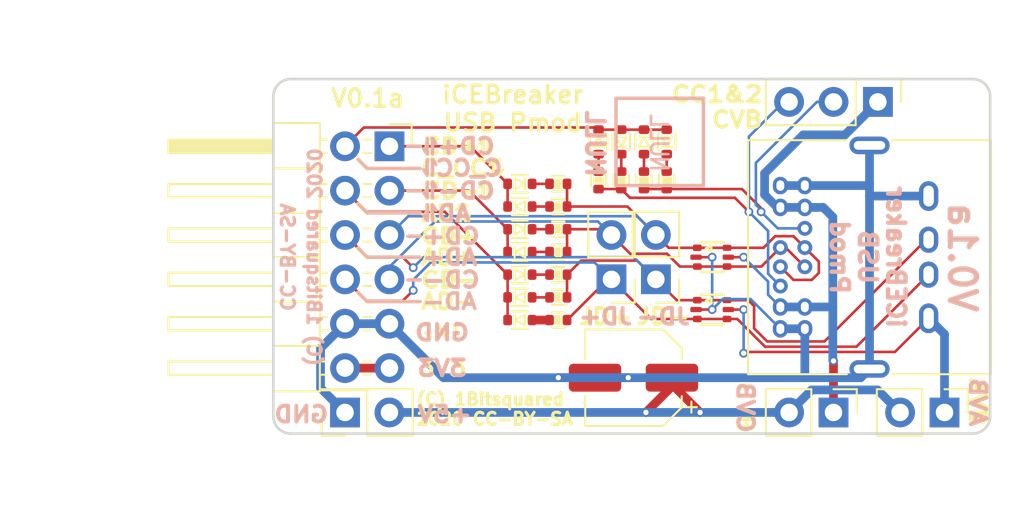
<source format=kicad_pcb>
(kicad_pcb (version 20171130) (host pcbnew 5.1.6-c6e7f7d~87~ubuntu20.04.1)

  (general
    (thickness 1.6)
    (drawings 105)
    (tracks 205)
    (zones 0)
    (modules 34)
    (nets 26)
  )

  (page A4)
  (title_block
    (title "iCEBreaker PMOD - 7 segment display")
    (rev V1.1a)
    (company 1BitSquared)
    (comment 1 "(C) 2019 Piotr Esden-Tempski <piotr@esden.net>")
    (comment 2 "(C) 2019 1BitSquared <info@1bitsquared.com>")
    (comment 3 "License: CC-BY-SA V4.0")
  )

  (layers
    (0 F.Cu signal)
    (31 B.Cu signal)
    (32 B.Adhes user)
    (33 F.Adhes user)
    (34 B.Paste user)
    (35 F.Paste user)
    (36 B.SilkS user)
    (37 F.SilkS user)
    (38 B.Mask user)
    (39 F.Mask user)
    (40 Dwgs.User user)
    (41 Cmts.User user)
    (42 Eco1.User user)
    (43 Eco2.User user)
    (44 Edge.Cuts user)
    (45 Margin user)
    (46 B.CrtYd user)
    (47 F.CrtYd user)
    (48 B.Fab user)
    (49 F.Fab user)
  )

  (setup
    (last_trace_width 0.15)
    (user_trace_width 0.2)
    (user_trace_width 0.25)
    (user_trace_width 0.3)
    (user_trace_width 0.5)
    (trace_clearance 0.15)
    (zone_clearance 0.15)
    (zone_45_only no)
    (trace_min 0.15)
    (via_size 0.5)
    (via_drill 0.3)
    (via_min_size 0.5)
    (via_min_drill 0.3)
    (uvia_size 0.3)
    (uvia_drill 0.1)
    (uvias_allowed no)
    (uvia_min_size 0.2)
    (uvia_min_drill 0.1)
    (edge_width 0.15)
    (segment_width 0.2)
    (pcb_text_width 0.3)
    (pcb_text_size 1.5 1.5)
    (mod_edge_width 0.15)
    (mod_text_size 1 1)
    (mod_text_width 0.15)
    (pad_size 1.7 1.7)
    (pad_drill 1)
    (pad_to_mask_clearance 0.05)
    (solder_mask_min_width 0.05)
    (aux_axis_origin 30 50.3)
    (grid_origin 34.1 40.2)
    (visible_elements FFFFEF1F)
    (pcbplotparams
      (layerselection 0x010fc_ffffffff)
      (usegerberextensions true)
      (usegerberattributes false)
      (usegerberadvancedattributes false)
      (creategerberjobfile false)
      (excludeedgelayer true)
      (linewidth 0.300000)
      (plotframeref false)
      (viasonmask false)
      (mode 1)
      (useauxorigin false)
      (hpglpennumber 1)
      (hpglpenspeed 20)
      (hpglpendiameter 15.000000)
      (psnegative false)
      (psa4output false)
      (plotreference true)
      (plotvalue true)
      (plotinvisibletext false)
      (padsonsilk false)
      (subtractmaskfromsilk true)
      (outputformat 1)
      (mirror false)
      (drillshape 0)
      (scaleselection 1)
      (outputdirectory "gerber"))
  )

  (net 0 "")
  (net 1 GND)
  (net 2 "Net-(D1-PadC)")
  (net 3 /USBA_PUPD)
  (net 4 "Net-(D2-PadA)")
  (net 5 "Net-(D3-PadA)")
  (net 6 "Net-(D4-PadC)")
  (net 7 /USBC_DP_PUPD)
  (net 8 "Net-(D5-PadA)")
  (net 9 "Net-(D6-PadC)")
  (net 10 /USBC_DM_PUPD)
  (net 11 "Net-(D7-PadA)")
  (net 12 "Net-(D8-PadC)")
  (net 13 /USBC_CC)
  (net 14 "Net-(D9-PadA)")
  (net 15 "Net-(D10-PadC)")
  (net 16 "Net-(D11-PadA)")
  (net 17 /USBC_DM)
  (net 18 /USBA_DM)
  (net 19 /USBC_DP)
  (net 20 /USBA_DP)
  (net 21 /CC2)
  (net 22 /CC1)
  (net 23 /USBC_VBUS)
  (net 24 /USBA_VBUS)
  (net 25 +5V)

  (net_class Default "This is the default net class."
    (clearance 0.15)
    (trace_width 0.15)
    (via_dia 0.5)
    (via_drill 0.3)
    (uvia_dia 0.3)
    (uvia_drill 0.1)
    (add_net +5V)
    (add_net /CC1)
    (add_net /CC2)
    (add_net /USBA_DM)
    (add_net /USBA_DP)
    (add_net /USBA_PUPD)
    (add_net /USBA_VBUS)
    (add_net /USBC_CC)
    (add_net /USBC_DM)
    (add_net /USBC_DM_PUPD)
    (add_net /USBC_DP)
    (add_net /USBC_DP_PUPD)
    (add_net /USBC_VBUS)
    (add_net GND)
    (add_net "Net-(D1-PadC)")
    (add_net "Net-(D10-PadC)")
    (add_net "Net-(D11-PadA)")
    (add_net "Net-(D2-PadA)")
    (add_net "Net-(D3-PadA)")
    (add_net "Net-(D4-PadC)")
    (add_net "Net-(D5-PadA)")
    (add_net "Net-(D6-PadC)")
    (add_net "Net-(D7-PadA)")
    (add_net "Net-(D8-PadC)")
    (add_net "Net-(D9-PadA)")
    (add_net "Net-(J1-Pad12)")
    (add_net "Net-(J1-Pad6)")
  )

  (module pkl_connectors:USB_A_C_Receptacle_AdamTech_USB-C31-A-D-VT-CS1 (layer F.Cu) (tedit 5F1BE1C0) (tstamp 5F1C3D4A)
    (at 64.1 40.2 90)
    (descr "Stacked Combination USB A and C Receptacle, USB2.0 Only, Through-Hole (http://www.adam-tech.com/upload/USB-C31-A-D-VT-CS1.pdf)")
    (tags "USB A C Type-C Stacked Combination Receptacle PTH")
    (path /5F0FB0D8)
    (fp_text reference J2 (at 0 0 90) (layer F.Fab)
      (effects (font (size 1 1) (thickness 0.15)))
    )
    (fp_text value USB_AC_Combo_Receptacle_USB2.0 (at 0 8 90) (layer F.Fab)
      (effects (font (size 1 1) (thickness 0.15)))
    )
    (fp_line (start 2.89 -3.12) (end -2.89 -3.12) (layer F.Fab) (width 0.1))
    (fp_line (start -2.89 -5.68) (end 2.89 -5.68) (layer F.Fab) (width 0.1))
    (fp_line (start 6.7 -6.95) (end -6.7 -6.95) (layer F.SilkS) (width 0.12))
    (fp_line (start 6.7 -1.3) (end 6.7 -6.95) (layer F.SilkS) (width 0.12))
    (fp_line (start 6.7 6.95) (end 6.7 1.3) (layer F.SilkS) (width 0.12))
    (fp_line (start -6.7 6.95) (end 6.7 6.95) (layer F.SilkS) (width 0.12))
    (fp_line (start -6.7 1.3) (end -6.7 6.95) (layer F.SilkS) (width 0.12))
    (fp_line (start -6.7 -6.95) (end -6.7 -1.3) (layer F.SilkS) (width 0.12))
    (fp_line (start 6.55 -6.8) (end -6.55 -6.8) (layer F.Fab) (width 0.1))
    (fp_line (start 6.55 6.8) (end 6.55 -6.8) (layer F.Fab) (width 0.1))
    (fp_line (start -6.55 6.8) (end 6.55 6.8) (layer F.Fab) (width 0.1))
    (fp_line (start -6.55 -6.8) (end -6.55 6.8) (layer F.Fab) (width 0.1))
    (fp_line (start -7.05 -7.3) (end 7.05 -7.3) (layer F.CrtYd) (width 0.05))
    (fp_line (start 7.05 -7.3) (end 7.05 7.3) (layer F.CrtYd) (width 0.05))
    (fp_line (start 7.05 7.3) (end -7.05 7.3) (layer F.CrtYd) (width 0.05))
    (fp_line (start -7.05 7.3) (end -7.05 -7.3) (layer F.CrtYd) (width 0.05))
    (fp_line (start -6.25 6.5) (end 6.25 6.5) (layer F.Fab) (width 0.1))
    (fp_line (start 6.25 6.5) (end 6.25 1.4) (layer F.Fab) (width 0.1))
    (fp_line (start 6.25 1.4) (end -6.25 1.4) (layer F.Fab) (width 0.1))
    (fp_line (start -6.25 1.4) (end -6.25 6.5) (layer F.Fab) (width 0.1))
    (fp_arc (start 2.89 -4.4) (end 2.89 -3.12) (angle -180) (layer F.Fab) (width 0.1))
    (fp_arc (start -2.89 -4.4) (end -2.89 -5.68) (angle -180) (layer F.Fab) (width 0.1))
    (pad B5 thru_hole oval (at 1.65 -3.7 90) (size 0.85 0.85) (drill oval 0.45) (layers *.Cu *.Mask)
      (net 21 /CC2))
    (pad B6 thru_hole oval (at 0.55 -3.7 90) (size 0.85 0.85) (drill oval 0.45) (layers *.Cu *.Mask)
      (net 19 /USBC_DP))
    (pad B7 thru_hole oval (at -0.55 -3.7 90) (size 0.85 0.85) (drill oval 0.45) (layers *.Cu *.Mask)
      (net 17 /USBC_DM))
    (pad A5 thru_hole oval (at -1.65 -5.1 90) (size 0.85 0.85) (drill oval 0.45) (layers *.Cu *.Mask)
      (net 22 /CC1))
    (pad A6 thru_hole oval (at -0.55 -5.1 90) (size 0.85 0.85) (drill oval 0.45) (layers *.Cu *.Mask)
      (net 19 /USBC_DP))
    (pad A7 thru_hole oval (at 0.55 -5.1 90) (size 0.85 0.85) (drill oval 0.45) (layers *.Cu *.Mask)
      (net 17 /USBC_DM))
    (pad B1 thru_hole oval (at 4.1 -3.7 90) (size 1 0.85) (drill oval 0.6 0.45) (layers *.Cu *.Mask)
      (net 1 GND))
    (pad A12 thru_hole oval (at 4.1 -5.1 90) (size 1 0.85) (drill oval 0.6 0.45) (layers *.Cu *.Mask)
      (net 1 GND))
    (pad B4 thru_hole oval (at 2.85 -3.7 90) (size 1 0.85) (drill oval 0.6 0.45) (layers *.Cu *.Mask)
      (net 23 /USBC_VBUS))
    (pad A9 thru_hole oval (at 2.85 -5.1 90) (size 1 0.85) (drill oval 0.6 0.45) (layers *.Cu *.Mask)
      (net 23 /USBC_VBUS))
    (pad B9 thru_hole oval (at -2.85 -3.7 90) (size 1 0.85) (drill oval 0.6 0.45) (layers *.Cu *.Mask)
      (net 23 /USBC_VBUS))
    (pad A4 thru_hole oval (at -2.85 -5.1 90) (size 1 0.85) (drill oval 0.6 0.45) (layers *.Cu *.Mask)
      (net 23 /USBC_VBUS))
    (pad B12 thru_hole oval (at -4.1 -3.7 90) (size 1 0.85) (drill oval 0.6 0.45) (layers *.Cu *.Mask)
      (net 1 GND))
    (pad A1 thru_hole oval (at -4.1 -5.1 90) (size 1 0.85) (drill oval 0.6 0.45) (layers *.Cu *.Mask)
      (net 1 GND))
    (pad 2 thru_hole oval (at -1 3.38 90) (size 1.5 1.1) (drill oval 1 0.6) (layers *.Cu *.Mask)
      (net 18 /USBA_DM))
    (pad 3 thru_hole oval (at 1 3.38 90) (size 1.5 1.1) (drill oval 1 0.6) (layers *.Cu *.Mask)
      (net 20 /USBA_DP))
    (pad 4 thru_hole oval (at 3.5 3.38 90) (size 1.7 1.1) (drill oval 1.2 0.6) (layers *.Cu *.Mask)
      (net 1 GND))
    (pad 1 thru_hole oval (at -3.5 3.38 90) (size 1.7 1.1) (drill oval 1.2 0.6) (layers *.Cu *.Mask)
      (net 24 /USBA_VBUS))
    (pad S2 thru_hole oval (at 6.4 0 90) (size 1 2.3) (drill oval 0.5 1.8) (layers *.Cu *.Mask)
      (net 1 GND))
    (pad S1 thru_hole oval (at -6.4 0 90) (size 1 2.3) (drill oval 0.5 1.8) (layers *.Cu *.Mask)
      (net 1 GND))
  )

  (module pkl_logos:null_Logo_SilkS_5mm locked (layer B.Cu) (tedit 5ED9740B) (tstamp 5F2224C0)
    (at 52.1 33.6 90)
    (attr virtual)
    (fp_text reference REF** (at 0 -4 90) (layer B.Fab)
      (effects (font (size 1 1) (thickness 0.15)) (justify mirror))
    )
    (fp_text value null_Logo_SilkS_5mm (at 0 4 90) (layer B.Fab)
      (effects (font (size 1 1) (thickness 0.15)) (justify mirror))
    )
    (fp_arc (start -0.4 -0.2) (end -0.7 -0.2) (angle 180) (layer B.SilkS) (width 0.15))
    (fp_line (start 1 -0.5) (end 1.5 -0.5) (layer B.SilkS) (width 0.15))
    (fp_line (start 1 0.5) (end 1 -0.5) (layer B.SilkS) (width 0.15))
    (fp_line (start 0.2 -0.5) (end 0.7 -0.5) (layer B.SilkS) (width 0.15))
    (fp_line (start 0.2 0.5) (end 0.2 -0.5) (layer B.SilkS) (width 0.15))
    (fp_line (start -0.1 0.5) (end -0.1 -0.2) (layer B.SilkS) (width 0.15))
    (fp_line (start -0.7 0.5) (end -0.7 -0.2) (layer B.SilkS) (width 0.15))
    (fp_line (start -1 -0.5) (end -1 0.5) (layer B.SilkS) (width 0.15))
    (fp_line (start -1.5 0.5) (end -1 -0.5) (layer B.SilkS) (width 0.15))
    (fp_line (start -1.5 -0.5) (end -1.5 0.5) (layer B.SilkS) (width 0.15))
    (fp_line (start 2.5 2.5) (end -2.5 2.5) (layer B.SilkS) (width 0.2))
    (fp_line (start -2.5 2.5) (end -2.5 -2.5) (layer B.SilkS) (width 0.2))
    (fp_line (start 2.5 2.5) (end 2.5 -2.5) (layer B.SilkS) (width 0.2))
    (fp_line (start -2.5 -2.5) (end 2.5 -2.5) (layer B.SilkS) (width 0.2))
  )

  (module Connector_PinHeader_2.54mm:PinHeader_1x03_P2.54mm_Vertical (layer F.Cu) (tedit 5F20A44A) (tstamp 5F1C17B4)
    (at 64.58 31.31 270)
    (descr "Through hole straight pin header, 1x03, 2.54mm pitch, single row")
    (tags "Through hole pin header THT 1x03 2.54mm single row")
    (path /5D9AAAC7)
    (fp_text reference J3 (at 0 -2.33 270) (layer F.Fab)
      (effects (font (size 1 1) (thickness 0.15)))
    )
    (fp_text value USBC_CC (at 0 7.41 270) (layer F.Fab)
      (effects (font (size 1 1) (thickness 0.15)))
    )
    (fp_line (start -0.635 -1.27) (end 1.27 -1.27) (layer F.Fab) (width 0.1))
    (fp_line (start 1.27 -1.27) (end 1.27 6.35) (layer F.Fab) (width 0.1))
    (fp_line (start 1.27 6.35) (end -1.27 6.35) (layer F.Fab) (width 0.1))
    (fp_line (start -1.27 6.35) (end -1.27 -0.635) (layer F.Fab) (width 0.1))
    (fp_line (start -1.27 -0.635) (end -0.635 -1.27) (layer F.Fab) (width 0.1))
    (fp_line (start -1.33 6.41) (end 1.33 6.41) (layer F.SilkS) (width 0.12))
    (fp_line (start -1.33 1.27) (end -1.33 6.41) (layer F.SilkS) (width 0.12))
    (fp_line (start 1.33 1.27) (end 1.33 6.41) (layer F.SilkS) (width 0.12))
    (fp_line (start -1.33 1.27) (end 1.33 1.27) (layer F.SilkS) (width 0.12))
    (fp_line (start -1.33 0) (end -1.33 -1.33) (layer F.SilkS) (width 0.12))
    (fp_line (start -1.33 -1.33) (end 0 -1.33) (layer F.SilkS) (width 0.12))
    (fp_line (start -1.8 -1.8) (end -1.8 6.85) (layer F.CrtYd) (width 0.05))
    (fp_line (start -1.8 6.85) (end 1.8 6.85) (layer F.CrtYd) (width 0.05))
    (fp_line (start 1.8 6.85) (end 1.8 -1.8) (layer F.CrtYd) (width 0.05))
    (fp_line (start 1.8 -1.8) (end -1.8 -1.8) (layer F.CrtYd) (width 0.05))
    (pad 3 thru_hole oval (at 0 5.08 270) (size 1.7 1.7) (drill 1) (layers *.Cu *.Mask)
      (net 22 /CC1))
    (pad 2 thru_hole oval (at 0 2.54 270) (size 1.7 1.7) (drill 1) (layers *.Cu *.Mask)
      (net 21 /CC2))
    (pad 1 thru_hole rect (at 0 0 270) (size 1.7 1.7) (drill 1) (layers *.Cu *.Mask)
      (net 23 /USBC_VBUS))
    (model ${KISYS3DMOD}/Connector_PinHeader_2.54mm.3dshapes/PinHeader_1x03_P2.54mm_Vertical.wrl
      (at (xyz 0 0 0))
      (scale (xyz 1 1 1))
      (rotate (xyz 0 0 0))
    )
  )

  (module Connector_PinHeader_2.54mm:PinHeader_1x02_P2.54mm_Vertical (layer F.Cu) (tedit 5F20A3CD) (tstamp 5F1C17CA)
    (at 68.39 49.09 270)
    (descr "Through hole straight pin header, 1x02, 2.54mm pitch, single row")
    (tags "Through hole pin header THT 1x02 2.54mm single row")
    (path /5F23DFCA)
    (fp_text reference J4 (at 0 -2.33 270) (layer F.Fab)
      (effects (font (size 1 1) (thickness 0.15)))
    )
    (fp_text value JVBUSA (at 0 4.87 270) (layer F.Fab)
      (effects (font (size 1 1) (thickness 0.15)))
    )
    (fp_line (start -0.635 -1.27) (end 1.27 -1.27) (layer F.Fab) (width 0.1))
    (fp_line (start 1.27 -1.27) (end 1.27 3.81) (layer F.Fab) (width 0.1))
    (fp_line (start 1.27 3.81) (end -1.27 3.81) (layer F.Fab) (width 0.1))
    (fp_line (start -1.27 3.81) (end -1.27 -0.635) (layer F.Fab) (width 0.1))
    (fp_line (start -1.27 -0.635) (end -0.635 -1.27) (layer F.Fab) (width 0.1))
    (fp_line (start -1.33 3.87) (end 1.33 3.87) (layer F.SilkS) (width 0.12))
    (fp_line (start -1.33 1.27) (end -1.33 3.87) (layer F.SilkS) (width 0.12))
    (fp_line (start 1.33 1.27) (end 1.33 3.87) (layer F.SilkS) (width 0.12))
    (fp_line (start -1.33 1.27) (end 1.33 1.27) (layer F.SilkS) (width 0.12))
    (fp_line (start -1.33 0) (end -1.33 -1.33) (layer F.SilkS) (width 0.12))
    (fp_line (start -1.33 -1.33) (end 0 -1.33) (layer F.SilkS) (width 0.12))
    (fp_line (start -1.8 -1.8) (end -1.8 4.35) (layer F.CrtYd) (width 0.05))
    (fp_line (start -1.8 4.35) (end 1.8 4.35) (layer F.CrtYd) (width 0.05))
    (fp_line (start 1.8 4.35) (end 1.8 -1.8) (layer F.CrtYd) (width 0.05))
    (fp_line (start 1.8 -1.8) (end -1.8 -1.8) (layer F.CrtYd) (width 0.05))
    (pad 2 thru_hole oval (at 0 2.54 270) (size 1.7 1.7) (drill 1) (layers *.Cu *.Mask)
      (net 25 +5V))
    (pad 1 thru_hole rect (at 0 0 270) (size 1.7 1.7) (drill 1) (layers *.Cu *.Mask)
      (net 24 /USBA_VBUS))
    (model ${KISYS3DMOD}/Connector_PinHeader_2.54mm.3dshapes/PinHeader_1x02_P2.54mm_Vertical.wrl
      (at (xyz 0 0 0))
      (scale (xyz 1 1 1))
      (rotate (xyz 0 0 0))
    )
  )

  (module Connector_PinHeader_2.54mm:PinHeader_1x02_P2.54mm_Vertical (layer F.Cu) (tedit 5F20A3BF) (tstamp 5F1C1822)
    (at 62.04 49.09 270)
    (descr "Through hole straight pin header, 1x02, 2.54mm pitch, single row")
    (tags "Through hole pin header THT 1x02 2.54mm single row")
    (path /5F249C83)
    (fp_text reference J8 (at 0 -2.33 270) (layer F.Fab)
      (effects (font (size 1 1) (thickness 0.15)))
    )
    (fp_text value JVBUSC (at 0 4.87 270) (layer F.Fab)
      (effects (font (size 1 1) (thickness 0.15)))
    )
    (fp_line (start -0.635 -1.27) (end 1.27 -1.27) (layer F.Fab) (width 0.1))
    (fp_line (start 1.27 -1.27) (end 1.27 3.81) (layer F.Fab) (width 0.1))
    (fp_line (start 1.27 3.81) (end -1.27 3.81) (layer F.Fab) (width 0.1))
    (fp_line (start -1.27 3.81) (end -1.27 -0.635) (layer F.Fab) (width 0.1))
    (fp_line (start -1.27 -0.635) (end -0.635 -1.27) (layer F.Fab) (width 0.1))
    (fp_line (start -1.33 3.87) (end 1.33 3.87) (layer F.SilkS) (width 0.12))
    (fp_line (start -1.33 1.27) (end -1.33 3.87) (layer F.SilkS) (width 0.12))
    (fp_line (start 1.33 1.27) (end 1.33 3.87) (layer F.SilkS) (width 0.12))
    (fp_line (start -1.33 1.27) (end 1.33 1.27) (layer F.SilkS) (width 0.12))
    (fp_line (start -1.33 0) (end -1.33 -1.33) (layer F.SilkS) (width 0.12))
    (fp_line (start -1.33 -1.33) (end 0 -1.33) (layer F.SilkS) (width 0.12))
    (fp_line (start -1.8 -1.8) (end -1.8 4.35) (layer F.CrtYd) (width 0.05))
    (fp_line (start -1.8 4.35) (end 1.8 4.35) (layer F.CrtYd) (width 0.05))
    (fp_line (start 1.8 4.35) (end 1.8 -1.8) (layer F.CrtYd) (width 0.05))
    (fp_line (start 1.8 -1.8) (end -1.8 -1.8) (layer F.CrtYd) (width 0.05))
    (pad 2 thru_hole oval (at 0 2.54 270) (size 1.7 1.7) (drill 1) (layers *.Cu *.Mask)
      (net 25 +5V))
    (pad 1 thru_hole rect (at 0 0 270) (size 1.7 1.7) (drill 1) (layers *.Cu *.Mask)
      (net 23 /USBC_VBUS))
    (model ${KISYS3DMOD}/Connector_PinHeader_2.54mm.3dshapes/PinHeader_1x02_P2.54mm_Vertical.wrl
      (at (xyz 0 0 0))
      (scale (xyz 1 1 1))
      (rotate (xyz 0 0 0))
    )
  )

  (module Connector_PinHeader_2.54mm:PinHeader_1x02_P2.54mm_Vertical (layer F.Cu) (tedit 5F20A2C0) (tstamp 5F1C17E0)
    (at 51.88 41.47 180)
    (descr "Through hole straight pin header, 1x02, 2.54mm pitch, single row")
    (tags "Through hole pin header THT 1x02 2.54mm single row")
    (path /5F25E553)
    (fp_text reference J5 (at 0 -2.33 180) (layer F.Fab)
      (effects (font (size 1 1) (thickness 0.15)))
    )
    (fp_text value JDP (at 0 4.87 180) (layer F.Fab)
      (effects (font (size 1 1) (thickness 0.15)))
    )
    (fp_line (start -0.635 -1.27) (end 1.27 -1.27) (layer F.Fab) (width 0.1))
    (fp_line (start 1.27 -1.27) (end 1.27 3.81) (layer F.Fab) (width 0.1))
    (fp_line (start 1.27 3.81) (end -1.27 3.81) (layer F.Fab) (width 0.1))
    (fp_line (start -1.27 3.81) (end -1.27 -0.635) (layer F.Fab) (width 0.1))
    (fp_line (start -1.27 -0.635) (end -0.635 -1.27) (layer F.Fab) (width 0.1))
    (fp_line (start -1.33 3.87) (end 1.33 3.87) (layer F.SilkS) (width 0.12))
    (fp_line (start -1.33 1.27) (end -1.33 3.87) (layer F.SilkS) (width 0.12))
    (fp_line (start 1.33 1.27) (end 1.33 3.87) (layer F.SilkS) (width 0.12))
    (fp_line (start -1.33 1.27) (end 1.33 1.27) (layer F.SilkS) (width 0.12))
    (fp_line (start -1.33 0) (end -1.33 -1.33) (layer F.SilkS) (width 0.12))
    (fp_line (start -1.33 -1.33) (end 0 -1.33) (layer F.SilkS) (width 0.12))
    (fp_line (start -1.8 -1.8) (end -1.8 4.35) (layer F.CrtYd) (width 0.05))
    (fp_line (start -1.8 4.35) (end 1.8 4.35) (layer F.CrtYd) (width 0.05))
    (fp_line (start 1.8 4.35) (end 1.8 -1.8) (layer F.CrtYd) (width 0.05))
    (fp_line (start 1.8 -1.8) (end -1.8 -1.8) (layer F.CrtYd) (width 0.05))
    (pad 2 thru_hole oval (at 0 2.54 180) (size 1.7 1.7) (drill 1) (layers *.Cu *.Mask)
      (net 19 /USBC_DP))
    (pad 1 thru_hole rect (at 0 0 180) (size 1.7 1.7) (drill 1) (layers *.Cu *.Mask)
      (net 20 /USBA_DP))
    (model ${KISYS3DMOD}/Connector_PinHeader_2.54mm.3dshapes/PinHeader_1x02_P2.54mm_Vertical.wrl
      (at (xyz 0 0 0))
      (scale (xyz 1 1 1))
      (rotate (xyz 0 0 0))
    )
  )

  (module Connector_PinHeader_2.54mm:PinHeader_1x02_P2.54mm_Vertical (layer F.Cu) (tedit 5F20A29D) (tstamp 5F208EDE)
    (at 49.34 41.47 180)
    (descr "Through hole straight pin header, 1x02, 2.54mm pitch, single row")
    (tags "Through hole pin header THT 1x02 2.54mm single row")
    (path /5F255815)
    (fp_text reference J6 (at 0 -2.33 180) (layer F.Fab)
      (effects (font (size 1 1) (thickness 0.15)))
    )
    (fp_text value JDM (at 0 4.87 180) (layer F.Fab)
      (effects (font (size 1 1) (thickness 0.15)))
    )
    (fp_line (start -0.635 -1.27) (end 1.27 -1.27) (layer F.Fab) (width 0.1))
    (fp_line (start 1.27 -1.27) (end 1.27 3.81) (layer F.Fab) (width 0.1))
    (fp_line (start 1.27 3.81) (end -1.27 3.81) (layer F.Fab) (width 0.1))
    (fp_line (start -1.27 3.81) (end -1.27 -0.635) (layer F.Fab) (width 0.1))
    (fp_line (start -1.27 -0.635) (end -0.635 -1.27) (layer F.Fab) (width 0.1))
    (fp_line (start -1.33 3.87) (end 1.33 3.87) (layer F.SilkS) (width 0.12))
    (fp_line (start -1.33 1.27) (end -1.33 3.87) (layer F.SilkS) (width 0.12))
    (fp_line (start 1.33 1.27) (end 1.33 3.87) (layer F.SilkS) (width 0.12))
    (fp_line (start -1.33 1.27) (end 1.33 1.27) (layer F.SilkS) (width 0.12))
    (fp_line (start -1.33 0) (end -1.33 -1.33) (layer F.SilkS) (width 0.12))
    (fp_line (start -1.33 -1.33) (end 0 -1.33) (layer F.SilkS) (width 0.12))
    (fp_line (start -1.8 -1.8) (end -1.8 4.35) (layer F.CrtYd) (width 0.05))
    (fp_line (start -1.8 4.35) (end 1.8 4.35) (layer F.CrtYd) (width 0.05))
    (fp_line (start 1.8 4.35) (end 1.8 -1.8) (layer F.CrtYd) (width 0.05))
    (fp_line (start 1.8 -1.8) (end -1.8 -1.8) (layer F.CrtYd) (width 0.05))
    (pad 2 thru_hole oval (at 0 2.54 180) (size 1.7 1.7) (drill 1) (layers *.Cu *.Mask)
      (net 17 /USBC_DM))
    (pad 1 thru_hole rect (at 0 0 180) (size 1.7 1.7) (drill 1) (layers *.Cu *.Mask)
      (net 18 /USBA_DM))
    (model ${KISYS3DMOD}/Connector_PinHeader_2.54mm.3dshapes/PinHeader_1x02_P2.54mm_Vertical.wrl
      (at (xyz 0 0 0))
      (scale (xyz 1 1 1))
      (rotate (xyz 0 0 0))
    )
  )

  (module Capacitor_SMD:CP_Elec_5x3.9 (layer F.Cu) (tedit 5F209AD0) (tstamp 5F20AF69)
    (at 50.6 47.1 180)
    (descr "SMD capacitor, aluminum electrolytic, Nichicon, 5.0x3.9mm")
    (tags "capacitor electrolytic")
    (path /5F221909)
    (attr smd)
    (fp_text reference C1 (at 0 -3.7 180) (layer B.CrtYd)
      (effects (font (size 1 1) (thickness 0.15)))
    )
    (fp_text value DNP (at 0 3.7 180) (layer F.Fab)
      (effects (font (size 1 1) (thickness 0.15)))
    )
    (fp_circle (center 0 0) (end 2.5 0) (layer F.Fab) (width 0.1))
    (fp_line (start 2.65 -2.65) (end 2.65 2.65) (layer F.Fab) (width 0.1))
    (fp_line (start -1.65 -2.65) (end 2.65 -2.65) (layer F.Fab) (width 0.1))
    (fp_line (start -1.65 2.65) (end 2.65 2.65) (layer F.Fab) (width 0.1))
    (fp_line (start -2.65 -1.65) (end -2.65 1.65) (layer F.Fab) (width 0.1))
    (fp_line (start -2.65 -1.65) (end -1.65 -2.65) (layer F.Fab) (width 0.1))
    (fp_line (start -2.65 1.65) (end -1.65 2.65) (layer F.Fab) (width 0.1))
    (fp_line (start -2.033956 -1.2) (end -1.533956 -1.2) (layer F.Fab) (width 0.1))
    (fp_line (start -1.783956 -1.45) (end -1.783956 -0.95) (layer F.Fab) (width 0.1))
    (fp_line (start 2.76 2.76) (end 2.76 1.06) (layer F.SilkS) (width 0.12))
    (fp_line (start 2.76 -2.76) (end 2.76 -1.06) (layer F.SilkS) (width 0.12))
    (fp_line (start -1.695563 -2.76) (end 2.76 -2.76) (layer F.SilkS) (width 0.12))
    (fp_line (start -1.695563 2.76) (end 2.76 2.76) (layer F.SilkS) (width 0.12))
    (fp_line (start -2.76 1.695563) (end -2.76 1.06) (layer F.SilkS) (width 0.12))
    (fp_line (start -2.76 -1.695563) (end -2.76 -1.06) (layer F.SilkS) (width 0.12))
    (fp_line (start -2.76 -1.695563) (end -1.695563 -2.76) (layer F.SilkS) (width 0.12))
    (fp_line (start -2.76 1.695563) (end -1.695563 2.76) (layer F.SilkS) (width 0.12))
    (fp_line (start -3.625 -1.685) (end -3 -1.685) (layer F.SilkS) (width 0.12))
    (fp_line (start -3.3125 -1.9975) (end -3.3125 -1.3725) (layer F.SilkS) (width 0.12))
    (fp_line (start 2.9 -2.9) (end 2.9 -1.05) (layer F.CrtYd) (width 0.05))
    (fp_line (start 2.9 -1.05) (end 3.95 -1.05) (layer F.CrtYd) (width 0.05))
    (fp_line (start 3.95 -1.05) (end 3.95 1.05) (layer F.CrtYd) (width 0.05))
    (fp_line (start 3.95 1.05) (end 2.9 1.05) (layer F.CrtYd) (width 0.05))
    (fp_line (start 2.9 1.05) (end 2.9 2.9) (layer F.CrtYd) (width 0.05))
    (fp_line (start -1.75 2.9) (end 2.9 2.9) (layer F.CrtYd) (width 0.05))
    (fp_line (start -1.75 -2.9) (end 2.9 -2.9) (layer F.CrtYd) (width 0.05))
    (fp_line (start -2.9 1.75) (end -1.75 2.9) (layer F.CrtYd) (width 0.05))
    (fp_line (start -2.9 -1.75) (end -1.75 -2.9) (layer F.CrtYd) (width 0.05))
    (fp_line (start -2.9 -1.75) (end -2.9 -1.05) (layer F.CrtYd) (width 0.05))
    (fp_line (start -2.9 1.05) (end -2.9 1.75) (layer F.CrtYd) (width 0.05))
    (fp_line (start -2.9 -1.05) (end -3.95 -1.05) (layer F.CrtYd) (width 0.05))
    (fp_line (start -3.95 -1.05) (end -3.95 1.05) (layer F.CrtYd) (width 0.05))
    (fp_line (start -3.95 1.05) (end -2.9 1.05) (layer F.CrtYd) (width 0.05))
    (pad 2 smd roundrect (at 2.2 0 180) (size 3 1.6) (layers F.Cu F.Paste F.Mask) (roundrect_rratio 0.15625)
      (net 1 GND))
    (pad 1 smd roundrect (at -2.2 0 180) (size 3 1.6) (layers F.Cu F.Paste F.Mask) (roundrect_rratio 0.15625)
      (net 25 +5V))
    (model ${KISYS3DMOD}/Capacitor_SMD.3dshapes/CP_Elec_5x3.9.wrl
      (at (xyz 0 0 0))
      (scale (xyz 1 1 1))
      (rotate (xyz 0 0 0))
    )
  )

  (module Connector_PinSocket_2.54mm:PinSocket_2x01_P2.54mm_Vertical (layer F.Cu) (tedit 5F1FB56D) (tstamp 5F1C180C)
    (at 34.1 49.09 180)
    (descr "Through hole straight socket strip, 2x01, 2.54mm pitch, double cols (from Kicad 4.0.7), script generated")
    (tags "Through hole socket strip THT 2x01 2.54mm double row")
    (path /5F231D9C)
    (fp_text reference J7 (at -1.27 -2.77 180) (layer F.Fab)
      (effects (font (size 1 1) (thickness 0.15)))
    )
    (fp_text value AUX5V (at -1.27 2.77 180) (layer F.Fab)
      (effects (font (size 1 1) (thickness 0.15)))
    )
    (fp_line (start -4.34 1.75) (end -4.34 -1.8) (layer F.CrtYd) (width 0.05))
    (fp_line (start 1.76 1.75) (end -4.34 1.75) (layer F.CrtYd) (width 0.05))
    (fp_line (start 1.76 -1.8) (end 1.76 1.75) (layer F.CrtYd) (width 0.05))
    (fp_line (start -4.34 -1.8) (end 1.76 -1.8) (layer F.CrtYd) (width 0.05))
    (fp_line (start 0 -1.33) (end 1.33 -1.33) (layer F.SilkS) (width 0.12))
    (fp_line (start 1.33 -1.33) (end 1.33 0) (layer F.SilkS) (width 0.12))
    (fp_line (start -1.27 -1.33) (end -1.27 1.27) (layer F.SilkS) (width 0.12))
    (fp_line (start -1.27 1.27) (end 1.33 1.27) (layer F.SilkS) (width 0.12))
    (fp_line (start 1.33 1.27) (end 1.33 1.33) (layer F.SilkS) (width 0.12))
    (fp_line (start -3.87 1.33) (end 1.33 1.33) (layer F.SilkS) (width 0.12))
    (fp_line (start -3.87 -1.33) (end -3.87 1.33) (layer F.SilkS) (width 0.12))
    (fp_line (start -3.87 -1.33) (end -1.27 -1.33) (layer F.SilkS) (width 0.12))
    (fp_line (start -3.81 1.27) (end -3.81 -1.27) (layer F.Fab) (width 0.1))
    (fp_line (start 1.27 1.27) (end -3.81 1.27) (layer F.Fab) (width 0.1))
    (fp_line (start 1.27 -0.635) (end 1.27 1.27) (layer F.Fab) (width 0.1))
    (fp_line (start 0.635 -1.27) (end 1.27 -0.635) (layer F.Fab) (width 0.1))
    (fp_line (start -3.81 -1.27) (end 0.635 -1.27) (layer F.Fab) (width 0.1))
    (pad 2 thru_hole oval (at -2.54 0 180) (size 1.7 1.7) (drill 1) (layers *.Cu *.Mask)
      (net 25 +5V))
    (pad 1 thru_hole rect (at 0 0 180) (size 1.7 1.7) (drill 1) (layers *.Cu *.Mask)
      (net 1 GND))
    (model ${KISYS3DMOD}/Connector_PinSocket_2.54mm.3dshapes/PinSocket_2x01_P2.54mm_Vertical.wrl
      (at (xyz 0 0 0))
      (scale (xyz 1 1 1))
      (rotate (xyz 0 0 0))
    )
  )

  (module pkl_housings_sot:SOT-666 (layer F.Cu) (tedit 5ED9738A) (tstamp 5F208FED)
    (at 55.1 40.2)
    (descr "Based on DiodesInc and NXP proposed footprints")
    (path /5F181321)
    (solder_mask_margin 0.075)
    (attr smd)
    (fp_text reference U2 (at 0 0 180) (layer F.Fab)
      (effects (font (size 1 1) (thickness 0.15)))
    )
    (fp_text value USBLC6-2 (at 0 1.3 180) (layer F.Fab)
      (effects (font (size 0.4 0.4) (thickness 0.1)))
    )
    (fp_line (start 1.4 0.3) (end 1.25 0.3) (layer F.CrtYd) (width 0.05))
    (fp_line (start 1.4 -0.3) (end 1.4 0.3) (layer F.CrtYd) (width 0.05))
    (fp_line (start 1.25 -0.3) (end 1.4 -0.3) (layer F.CrtYd) (width 0.05))
    (fp_line (start 1.25 -0.85) (end 1.25 -0.3) (layer F.CrtYd) (width 0.05))
    (fp_line (start -1.25 -0.3) (end -1.4 -0.3) (layer F.CrtYd) (width 0.05))
    (fp_line (start -1.25 0.3) (end -1.4 0.3) (layer F.CrtYd) (width 0.05))
    (fp_line (start -1.4 -0.3) (end -1.4 0.3) (layer F.CrtYd) (width 0.05))
    (fp_line (start -1.25 -0.85) (end -1.25 -0.3) (layer F.CrtYd) (width 0.05))
    (fp_line (start 0.65 -0.85) (end 0.65 -0.8) (layer F.SilkS) (width 0.15))
    (fp_line (start 0.65 0.8) (end 0.65 0.85) (layer F.SilkS) (width 0.15))
    (fp_line (start 0.65 0.85) (end -0.65 0.85) (layer F.SilkS) (width 0.15))
    (fp_line (start -0.65 0.85) (end -0.65 0.8) (layer F.SilkS) (width 0.15))
    (fp_line (start -0.65 -0.8) (end -0.65 -0.85) (layer F.SilkS) (width 0.15))
    (fp_line (start -0.65 -0.85) (end 0.65 -0.85) (layer F.SilkS) (width 0.15))
    (fp_line (start -0.05 -0.65) (end -0.05 -0.35) (layer F.SilkS) (width 0.15))
    (fp_line (start -0.05 -0.35) (end -0.35 -0.5) (layer F.SilkS) (width 0.15))
    (fp_line (start -0.35 -0.5) (end -0.05 -0.65) (layer F.SilkS) (width 0.15))
    (fp_line (start 0.8 -1) (end 0.8 -0.85) (layer F.CrtYd) (width 0.05))
    (fp_line (start 0.8 -0.85) (end 1.25 -0.85) (layer F.CrtYd) (width 0.05))
    (fp_line (start 1.25 0.3) (end 1.25 0.85) (layer F.CrtYd) (width 0.05))
    (fp_line (start 1.25 0.85) (end 0.8 0.85) (layer F.CrtYd) (width 0.05))
    (fp_line (start 0.8 0.85) (end 0.8 1) (layer F.CrtYd) (width 0.05))
    (fp_line (start 0.8 1) (end -0.8 1) (layer F.CrtYd) (width 0.05))
    (fp_line (start -0.8 1) (end -0.8 0.85) (layer F.CrtYd) (width 0.05))
    (fp_line (start -0.8 0.85) (end -1.25 0.85) (layer F.CrtYd) (width 0.05))
    (fp_line (start -1.25 0.85) (end -1.25 0.3) (layer F.CrtYd) (width 0.05))
    (fp_line (start -1.25 -0.85) (end -0.8 -0.85) (layer F.CrtYd) (width 0.05))
    (fp_line (start -0.8 -0.85) (end -0.8 -1) (layer F.CrtYd) (width 0.05))
    (fp_line (start -0.8 -1) (end 0.8 -1) (layer F.CrtYd) (width 0.05))
    (pad 6 smd roundrect (at 0.85 -0.5375 270) (size 0.35 0.5) (layers F.Cu F.Paste F.Mask) (roundrect_rratio 0.25)
      (net 19 /USBC_DP))
    (pad 5 smd roundrect (at 0.925 0 270) (size 0.3 0.65) (layers F.Cu F.Paste F.Mask) (roundrect_rratio 0.25)
      (net 23 /USBC_VBUS))
    (pad 4 smd roundrect (at 0.85 0.5375 270) (size 0.375 0.5) (layers F.Cu F.Paste F.Mask) (roundrect_rratio 0.25)
      (net 17 /USBC_DM))
    (pad 3 smd roundrect (at -0.85 0.5375 270) (size 0.375 0.5) (layers F.Cu F.Paste F.Mask) (roundrect_rratio 0.25)
      (net 17 /USBC_DM))
    (pad 2 smd roundrect (at -0.925 0 270) (size 0.3 0.65) (layers F.Cu F.Paste F.Mask) (roundrect_rratio 0.25)
      (net 1 GND))
    (pad 1 smd roundrect (at -0.85 -0.5375 270) (size 0.375 0.5) (layers F.Cu F.Paste F.Mask) (roundrect_rratio 0.25)
      (net 19 /USBC_DP))
    (model ${KISYS3DMOD}/Package_TO_SOT_SMD.3dshapes/SOT-666.step
      (at (xyz 0 0 0))
      (scale (xyz 1 1 1))
      (rotate (xyz 0 0 0))
    )
  )

  (module pkl_housings_sot:SOT-666 (layer F.Cu) (tedit 5ED9738A) (tstamp 5F1C18D8)
    (at 55.1 43.2)
    (descr "Based on DiodesInc and NXP proposed footprints")
    (path /5F10064E)
    (solder_mask_margin 0.075)
    (attr smd)
    (fp_text reference U1 (at 0 0 180) (layer F.Fab)
      (effects (font (size 1 1) (thickness 0.15)))
    )
    (fp_text value USBLC6-2 (at 0 1.3 180) (layer F.Fab)
      (effects (font (size 0.4 0.4) (thickness 0.1)))
    )
    (fp_line (start 1.4 0.3) (end 1.25 0.3) (layer F.CrtYd) (width 0.05))
    (fp_line (start 1.4 -0.3) (end 1.4 0.3) (layer F.CrtYd) (width 0.05))
    (fp_line (start 1.25 -0.3) (end 1.4 -0.3) (layer F.CrtYd) (width 0.05))
    (fp_line (start 1.25 -0.85) (end 1.25 -0.3) (layer F.CrtYd) (width 0.05))
    (fp_line (start -1.25 -0.3) (end -1.4 -0.3) (layer F.CrtYd) (width 0.05))
    (fp_line (start -1.25 0.3) (end -1.4 0.3) (layer F.CrtYd) (width 0.05))
    (fp_line (start -1.4 -0.3) (end -1.4 0.3) (layer F.CrtYd) (width 0.05))
    (fp_line (start -1.25 -0.85) (end -1.25 -0.3) (layer F.CrtYd) (width 0.05))
    (fp_line (start 0.65 -0.85) (end 0.65 -0.8) (layer F.SilkS) (width 0.15))
    (fp_line (start 0.65 0.8) (end 0.65 0.85) (layer F.SilkS) (width 0.15))
    (fp_line (start 0.65 0.85) (end -0.65 0.85) (layer F.SilkS) (width 0.15))
    (fp_line (start -0.65 0.85) (end -0.65 0.8) (layer F.SilkS) (width 0.15))
    (fp_line (start -0.65 -0.8) (end -0.65 -0.85) (layer F.SilkS) (width 0.15))
    (fp_line (start -0.65 -0.85) (end 0.65 -0.85) (layer F.SilkS) (width 0.15))
    (fp_line (start -0.05 -0.65) (end -0.05 -0.35) (layer F.SilkS) (width 0.15))
    (fp_line (start -0.05 -0.35) (end -0.35 -0.5) (layer F.SilkS) (width 0.15))
    (fp_line (start -0.35 -0.5) (end -0.05 -0.65) (layer F.SilkS) (width 0.15))
    (fp_line (start 0.8 -1) (end 0.8 -0.85) (layer F.CrtYd) (width 0.05))
    (fp_line (start 0.8 -0.85) (end 1.25 -0.85) (layer F.CrtYd) (width 0.05))
    (fp_line (start 1.25 0.3) (end 1.25 0.85) (layer F.CrtYd) (width 0.05))
    (fp_line (start 1.25 0.85) (end 0.8 0.85) (layer F.CrtYd) (width 0.05))
    (fp_line (start 0.8 0.85) (end 0.8 1) (layer F.CrtYd) (width 0.05))
    (fp_line (start 0.8 1) (end -0.8 1) (layer F.CrtYd) (width 0.05))
    (fp_line (start -0.8 1) (end -0.8 0.85) (layer F.CrtYd) (width 0.05))
    (fp_line (start -0.8 0.85) (end -1.25 0.85) (layer F.CrtYd) (width 0.05))
    (fp_line (start -1.25 0.85) (end -1.25 0.3) (layer F.CrtYd) (width 0.05))
    (fp_line (start -1.25 -0.85) (end -0.8 -0.85) (layer F.CrtYd) (width 0.05))
    (fp_line (start -0.8 -0.85) (end -0.8 -1) (layer F.CrtYd) (width 0.05))
    (fp_line (start -0.8 -1) (end 0.8 -1) (layer F.CrtYd) (width 0.05))
    (pad 6 smd roundrect (at 0.85 -0.5375 270) (size 0.35 0.5) (layers F.Cu F.Paste F.Mask) (roundrect_rratio 0.25)
      (net 20 /USBA_DP))
    (pad 5 smd roundrect (at 0.925 0 270) (size 0.3 0.65) (layers F.Cu F.Paste F.Mask) (roundrect_rratio 0.25)
      (net 24 /USBA_VBUS))
    (pad 4 smd roundrect (at 0.85 0.5375 270) (size 0.375 0.5) (layers F.Cu F.Paste F.Mask) (roundrect_rratio 0.25)
      (net 18 /USBA_DM))
    (pad 3 smd roundrect (at -0.85 0.5375 270) (size 0.375 0.5) (layers F.Cu F.Paste F.Mask) (roundrect_rratio 0.25)
      (net 18 /USBA_DM))
    (pad 2 smd roundrect (at -0.925 0 270) (size 0.3 0.65) (layers F.Cu F.Paste F.Mask) (roundrect_rratio 0.25)
      (net 1 GND))
    (pad 1 smd roundrect (at -0.85 -0.5375 270) (size 0.375 0.5) (layers F.Cu F.Paste F.Mask) (roundrect_rratio 0.25)
      (net 20 /USBA_DP))
    (model ${KISYS3DMOD}/Package_TO_SOT_SMD.3dshapes/SOT-666.step
      (at (xyz 0 0 0))
      (scale (xyz 1 1 1))
      (rotate (xyz 0 0 0))
    )
  )

  (module pkl_dipol:R_0402 (layer F.Cu) (tedit 5B8B7ED4) (tstamp 5F1C18B1)
    (at 46.3 39.9 180)
    (descr "Resistor SMD 0402, reflow soldering")
    (tags "resistor 0402")
    (path /5F1AB42A)
    (attr smd)
    (fp_text reference R11 (at 0 -1.1) (layer F.Fab)
      (effects (font (size 0.635 0.635) (thickness 0.1)))
    )
    (fp_text value 12K (at 0 1.2) (layer F.Fab)
      (effects (font (size 0.635 0.635) (thickness 0.1)))
    )
    (fp_poly (pts (xy -0.175 0.275) (xy -0.175 -0.275) (xy 0.175 -0.275) (xy 0.175 0.275)
      (xy -0.1 0.275)) (layer F.SilkS) (width 0.05))
    (fp_line (start -0.95 -0.5) (end 0.95 -0.5) (layer F.CrtYd) (width 0.05))
    (fp_line (start -0.95 0.5) (end 0.95 0.5) (layer F.CrtYd) (width 0.05))
    (fp_line (start -0.95 -0.5) (end -0.95 0.5) (layer F.CrtYd) (width 0.05))
    (fp_line (start 0.95 -0.5) (end 0.95 0.5) (layer F.CrtYd) (width 0.05))
    (fp_line (start -0.35 -0.44) (end 0.35 -0.44) (layer F.SilkS) (width 0.13))
    (fp_line (start 0.35 0.44) (end -0.35 0.44) (layer F.SilkS) (width 0.13))
    (pad 2 smd roundrect (at 0.5 0 180) (size 0.5 0.6) (layers F.Cu F.Paste F.Mask) (roundrect_rratio 0.25)
      (net 11 "Net-(D7-PadA)"))
    (pad 1 smd roundrect (at -0.5 0 180) (size 0.5 0.6) (layers F.Cu F.Paste F.Mask) (roundrect_rratio 0.25)
      (net 17 /USBC_DM))
    (model ${KISYS3DMOD}/Resistor_SMD.3dshapes/R_0402_1005Metric.step
      (at (xyz 0 0 0))
      (scale (xyz 1 1 1))
      (rotate (xyz 0 0 0))
    )
  )

  (module pkl_dipol:R_0402 (layer F.Cu) (tedit 5B8B7ED4) (tstamp 5F1C18A4)
    (at 46.3 38.6 180)
    (descr "Resistor SMD 0402, reflow soldering")
    (tags "resistor 0402")
    (path /5F1AB41F)
    (attr smd)
    (fp_text reference R10 (at 0 -1.1) (layer F.Fab)
      (effects (font (size 0.635 0.635) (thickness 0.1)))
    )
    (fp_text value 1.1K (at 0 1.2) (layer F.Fab)
      (effects (font (size 0.635 0.635) (thickness 0.1)))
    )
    (fp_poly (pts (xy -0.175 0.275) (xy -0.175 -0.275) (xy 0.175 -0.275) (xy 0.175 0.275)
      (xy -0.1 0.275)) (layer F.SilkS) (width 0.05))
    (fp_line (start -0.95 -0.5) (end 0.95 -0.5) (layer F.CrtYd) (width 0.05))
    (fp_line (start -0.95 0.5) (end 0.95 0.5) (layer F.CrtYd) (width 0.05))
    (fp_line (start -0.95 -0.5) (end -0.95 0.5) (layer F.CrtYd) (width 0.05))
    (fp_line (start 0.95 -0.5) (end 0.95 0.5) (layer F.CrtYd) (width 0.05))
    (fp_line (start -0.35 -0.44) (end 0.35 -0.44) (layer F.SilkS) (width 0.13))
    (fp_line (start 0.35 0.44) (end -0.35 0.44) (layer F.SilkS) (width 0.13))
    (pad 2 smd roundrect (at 0.5 0 180) (size 0.5 0.6) (layers F.Cu F.Paste F.Mask) (roundrect_rratio 0.25)
      (net 9 "Net-(D6-PadC)"))
    (pad 1 smd roundrect (at -0.5 0 180) (size 0.5 0.6) (layers F.Cu F.Paste F.Mask) (roundrect_rratio 0.25)
      (net 17 /USBC_DM))
    (model ${KISYS3DMOD}/Resistor_SMD.3dshapes/R_0402_1005Metric.step
      (at (xyz 0 0 0))
      (scale (xyz 1 1 1))
      (rotate (xyz 0 0 0))
    )
  )

  (module pkl_dipol:R_0402 (layer F.Cu) (tedit 5B8B7ED4) (tstamp 5F1C1897)
    (at 46.3 37.3 180)
    (descr "Resistor SMD 0402, reflow soldering")
    (tags "resistor 0402")
    (path /5F1AB40B)
    (attr smd)
    (fp_text reference R9 (at 0 -1.1) (layer F.Fab)
      (effects (font (size 0.635 0.635) (thickness 0.1)))
    )
    (fp_text value 12K (at 0 1.2) (layer F.Fab)
      (effects (font (size 0.635 0.635) (thickness 0.1)))
    )
    (fp_poly (pts (xy -0.175 0.275) (xy -0.175 -0.275) (xy 0.175 -0.275) (xy 0.175 0.275)
      (xy -0.1 0.275)) (layer F.SilkS) (width 0.05))
    (fp_line (start -0.95 -0.5) (end 0.95 -0.5) (layer F.CrtYd) (width 0.05))
    (fp_line (start -0.95 0.5) (end 0.95 0.5) (layer F.CrtYd) (width 0.05))
    (fp_line (start -0.95 -0.5) (end -0.95 0.5) (layer F.CrtYd) (width 0.05))
    (fp_line (start 0.95 -0.5) (end 0.95 0.5) (layer F.CrtYd) (width 0.05))
    (fp_line (start -0.35 -0.44) (end 0.35 -0.44) (layer F.SilkS) (width 0.13))
    (fp_line (start 0.35 0.44) (end -0.35 0.44) (layer F.SilkS) (width 0.13))
    (pad 2 smd roundrect (at 0.5 0 180) (size 0.5 0.6) (layers F.Cu F.Paste F.Mask) (roundrect_rratio 0.25)
      (net 8 "Net-(D5-PadA)"))
    (pad 1 smd roundrect (at -0.5 0 180) (size 0.5 0.6) (layers F.Cu F.Paste F.Mask) (roundrect_rratio 0.25)
      (net 19 /USBC_DP))
    (model ${KISYS3DMOD}/Resistor_SMD.3dshapes/R_0402_1005Metric.step
      (at (xyz 0 0 0))
      (scale (xyz 1 1 1))
      (rotate (xyz 0 0 0))
    )
  )

  (module pkl_dipol:R_0402 (layer F.Cu) (tedit 5B8B7ED4) (tstamp 5F1C188A)
    (at 51.2 35.8 90)
    (descr "Resistor SMD 0402, reflow soldering")
    (tags "resistor 0402")
    (path /5D9C6F5E)
    (attr smd)
    (fp_text reference R8 (at 0 -1.1 90) (layer F.Fab)
      (effects (font (size 0.635 0.635) (thickness 0.1)))
    )
    (fp_text value 5.1K (at 0 1.2 90) (layer F.Fab)
      (effects (font (size 0.635 0.635) (thickness 0.1)))
    )
    (fp_poly (pts (xy -0.175 0.275) (xy -0.175 -0.275) (xy 0.175 -0.275) (xy 0.175 0.275)
      (xy -0.1 0.275)) (layer F.SilkS) (width 0.05))
    (fp_line (start -0.95 -0.5) (end 0.95 -0.5) (layer F.CrtYd) (width 0.05))
    (fp_line (start -0.95 0.5) (end 0.95 0.5) (layer F.CrtYd) (width 0.05))
    (fp_line (start -0.95 -0.5) (end -0.95 0.5) (layer F.CrtYd) (width 0.05))
    (fp_line (start 0.95 -0.5) (end 0.95 0.5) (layer F.CrtYd) (width 0.05))
    (fp_line (start -0.35 -0.44) (end 0.35 -0.44) (layer F.SilkS) (width 0.13))
    (fp_line (start 0.35 0.44) (end -0.35 0.44) (layer F.SilkS) (width 0.13))
    (pad 2 smd roundrect (at 0.5 0 90) (size 0.5 0.6) (layers F.Cu F.Paste F.Mask) (roundrect_rratio 0.25)
      (net 16 "Net-(D11-PadA)"))
    (pad 1 smd roundrect (at -0.5 0 90) (size 0.5 0.6) (layers F.Cu F.Paste F.Mask) (roundrect_rratio 0.25)
      (net 21 /CC2))
    (model ${KISYS3DMOD}/Resistor_SMD.3dshapes/R_0402_1005Metric.step
      (at (xyz 0 0 0))
      (scale (xyz 1 1 1))
      (rotate (xyz 0 0 0))
    )
  )

  (module pkl_dipol:R_0402 (layer F.Cu) (tedit 5B8B7ED4) (tstamp 5F1C187D)
    (at 52.5 35.8 90)
    (descr "Resistor SMD 0402, reflow soldering")
    (tags "resistor 0402")
    (path /5D9C6F51)
    (attr smd)
    (fp_text reference R7 (at 0 -1.1 90) (layer F.Fab)
      (effects (font (size 0.635 0.635) (thickness 0.1)))
    )
    (fp_text value 36K (at 0 1.2 90) (layer F.Fab)
      (effects (font (size 0.635 0.635) (thickness 0.1)))
    )
    (fp_poly (pts (xy -0.175 0.275) (xy -0.175 -0.275) (xy 0.175 -0.275) (xy 0.175 0.275)
      (xy -0.1 0.275)) (layer F.SilkS) (width 0.05))
    (fp_line (start -0.95 -0.5) (end 0.95 -0.5) (layer F.CrtYd) (width 0.05))
    (fp_line (start -0.95 0.5) (end 0.95 0.5) (layer F.CrtYd) (width 0.05))
    (fp_line (start -0.95 -0.5) (end -0.95 0.5) (layer F.CrtYd) (width 0.05))
    (fp_line (start 0.95 -0.5) (end 0.95 0.5) (layer F.CrtYd) (width 0.05))
    (fp_line (start -0.35 -0.44) (end 0.35 -0.44) (layer F.SilkS) (width 0.13))
    (fp_line (start 0.35 0.44) (end -0.35 0.44) (layer F.SilkS) (width 0.13))
    (pad 2 smd roundrect (at 0.5 0 90) (size 0.5 0.6) (layers F.Cu F.Paste F.Mask) (roundrect_rratio 0.25)
      (net 15 "Net-(D10-PadC)"))
    (pad 1 smd roundrect (at -0.5 0 90) (size 0.5 0.6) (layers F.Cu F.Paste F.Mask) (roundrect_rratio 0.25)
      (net 21 /CC2))
    (model ${KISYS3DMOD}/Resistor_SMD.3dshapes/R_0402_1005Metric.step
      (at (xyz 0 0 0))
      (scale (xyz 1 1 1))
      (rotate (xyz 0 0 0))
    )
  )

  (module pkl_dipol:R_0402 (layer F.Cu) (tedit 5B8B7ED4) (tstamp 5F1C1870)
    (at 48.6 35.8 90)
    (descr "Resistor SMD 0402, reflow soldering")
    (tags "resistor 0402")
    (path /5D9C147A)
    (attr smd)
    (fp_text reference R6 (at 0 -1.1 90) (layer F.Fab)
      (effects (font (size 0.635 0.635) (thickness 0.1)))
    )
    (fp_text value 5.1K (at 0 1.2 90) (layer F.Fab)
      (effects (font (size 0.635 0.635) (thickness 0.1)))
    )
    (fp_poly (pts (xy -0.175 0.275) (xy -0.175 -0.275) (xy 0.175 -0.275) (xy 0.175 0.275)
      (xy -0.1 0.275)) (layer F.SilkS) (width 0.05))
    (fp_line (start -0.95 -0.5) (end 0.95 -0.5) (layer F.CrtYd) (width 0.05))
    (fp_line (start -0.95 0.5) (end 0.95 0.5) (layer F.CrtYd) (width 0.05))
    (fp_line (start -0.95 -0.5) (end -0.95 0.5) (layer F.CrtYd) (width 0.05))
    (fp_line (start 0.95 -0.5) (end 0.95 0.5) (layer F.CrtYd) (width 0.05))
    (fp_line (start -0.35 -0.44) (end 0.35 -0.44) (layer F.SilkS) (width 0.13))
    (fp_line (start 0.35 0.44) (end -0.35 0.44) (layer F.SilkS) (width 0.13))
    (pad 2 smd roundrect (at 0.5 0 90) (size 0.5 0.6) (layers F.Cu F.Paste F.Mask) (roundrect_rratio 0.25)
      (net 14 "Net-(D9-PadA)"))
    (pad 1 smd roundrect (at -0.5 0 90) (size 0.5 0.6) (layers F.Cu F.Paste F.Mask) (roundrect_rratio 0.25)
      (net 22 /CC1))
    (model ${KISYS3DMOD}/Resistor_SMD.3dshapes/R_0402_1005Metric.step
      (at (xyz 0 0 0))
      (scale (xyz 1 1 1))
      (rotate (xyz 0 0 0))
    )
  )

  (module pkl_dipol:R_0402 (layer F.Cu) (tedit 5B8B7ED4) (tstamp 5F1C1863)
    (at 49.9 35.8 90)
    (descr "Resistor SMD 0402, reflow soldering")
    (tags "resistor 0402")
    (path /5D9C146D)
    (attr smd)
    (fp_text reference R5 (at 0 -1.1 90) (layer F.Fab)
      (effects (font (size 0.635 0.635) (thickness 0.1)))
    )
    (fp_text value 36K (at 0 1.2 90) (layer F.Fab)
      (effects (font (size 0.635 0.635) (thickness 0.1)))
    )
    (fp_poly (pts (xy -0.175 0.275) (xy -0.175 -0.275) (xy 0.175 -0.275) (xy 0.175 0.275)
      (xy -0.1 0.275)) (layer F.SilkS) (width 0.05))
    (fp_line (start -0.95 -0.5) (end 0.95 -0.5) (layer F.CrtYd) (width 0.05))
    (fp_line (start -0.95 0.5) (end 0.95 0.5) (layer F.CrtYd) (width 0.05))
    (fp_line (start -0.95 -0.5) (end -0.95 0.5) (layer F.CrtYd) (width 0.05))
    (fp_line (start 0.95 -0.5) (end 0.95 0.5) (layer F.CrtYd) (width 0.05))
    (fp_line (start -0.35 -0.44) (end 0.35 -0.44) (layer F.SilkS) (width 0.13))
    (fp_line (start 0.35 0.44) (end -0.35 0.44) (layer F.SilkS) (width 0.13))
    (pad 2 smd roundrect (at 0.5 0 90) (size 0.5 0.6) (layers F.Cu F.Paste F.Mask) (roundrect_rratio 0.25)
      (net 12 "Net-(D8-PadC)"))
    (pad 1 smd roundrect (at -0.5 0 90) (size 0.5 0.6) (layers F.Cu F.Paste F.Mask) (roundrect_rratio 0.25)
      (net 22 /CC1))
    (model ${KISYS3DMOD}/Resistor_SMD.3dshapes/R_0402_1005Metric.step
      (at (xyz 0 0 0))
      (scale (xyz 1 1 1))
      (rotate (xyz 0 0 0))
    )
  )

  (module pkl_dipol:R_0402 (layer F.Cu) (tedit 5B8B7ED4) (tstamp 5F1C1856)
    (at 46.3 36 180)
    (descr "Resistor SMD 0402, reflow soldering")
    (tags "resistor 0402")
    (path /5F1AB400)
    (attr smd)
    (fp_text reference R4 (at 0 -1.1) (layer F.Fab)
      (effects (font (size 0.635 0.635) (thickness 0.1)))
    )
    (fp_text value 1.1K (at 0 1.2) (layer F.Fab)
      (effects (font (size 0.635 0.635) (thickness 0.1)))
    )
    (fp_poly (pts (xy -0.175 0.275) (xy -0.175 -0.275) (xy 0.175 -0.275) (xy 0.175 0.275)
      (xy -0.1 0.275)) (layer F.SilkS) (width 0.05))
    (fp_line (start -0.95 -0.5) (end 0.95 -0.5) (layer F.CrtYd) (width 0.05))
    (fp_line (start -0.95 0.5) (end 0.95 0.5) (layer F.CrtYd) (width 0.05))
    (fp_line (start -0.95 -0.5) (end -0.95 0.5) (layer F.CrtYd) (width 0.05))
    (fp_line (start 0.95 -0.5) (end 0.95 0.5) (layer F.CrtYd) (width 0.05))
    (fp_line (start -0.35 -0.44) (end 0.35 -0.44) (layer F.SilkS) (width 0.13))
    (fp_line (start 0.35 0.44) (end -0.35 0.44) (layer F.SilkS) (width 0.13))
    (pad 2 smd roundrect (at 0.5 0 180) (size 0.5 0.6) (layers F.Cu F.Paste F.Mask) (roundrect_rratio 0.25)
      (net 6 "Net-(D4-PadC)"))
    (pad 1 smd roundrect (at -0.5 0 180) (size 0.5 0.6) (layers F.Cu F.Paste F.Mask) (roundrect_rratio 0.25)
      (net 19 /USBC_DP))
    (model ${KISYS3DMOD}/Resistor_SMD.3dshapes/R_0402_1005Metric.step
      (at (xyz 0 0 0))
      (scale (xyz 1 1 1))
      (rotate (xyz 0 0 0))
    )
  )

  (module pkl_dipol:R_0402 (layer F.Cu) (tedit 5B8B7ED4) (tstamp 5F1C1849)
    (at 46.3 42.5 180)
    (descr "Resistor SMD 0402, reflow soldering")
    (tags "resistor 0402")
    (path /5F1C94E0)
    (attr smd)
    (fp_text reference R3 (at 0 -1.1) (layer F.Fab)
      (effects (font (size 0.635 0.635) (thickness 0.1)))
    )
    (fp_text value 12K (at 0 1.2) (layer F.Fab)
      (effects (font (size 0.635 0.635) (thickness 0.1)))
    )
    (fp_poly (pts (xy -0.175 0.275) (xy -0.175 -0.275) (xy 0.175 -0.275) (xy 0.175 0.275)
      (xy -0.1 0.275)) (layer F.SilkS) (width 0.05))
    (fp_line (start -0.95 -0.5) (end 0.95 -0.5) (layer F.CrtYd) (width 0.05))
    (fp_line (start -0.95 0.5) (end 0.95 0.5) (layer F.CrtYd) (width 0.05))
    (fp_line (start -0.95 -0.5) (end -0.95 0.5) (layer F.CrtYd) (width 0.05))
    (fp_line (start 0.95 -0.5) (end 0.95 0.5) (layer F.CrtYd) (width 0.05))
    (fp_line (start -0.35 -0.44) (end 0.35 -0.44) (layer F.SilkS) (width 0.13))
    (fp_line (start 0.35 0.44) (end -0.35 0.44) (layer F.SilkS) (width 0.13))
    (pad 2 smd roundrect (at 0.5 0 180) (size 0.5 0.6) (layers F.Cu F.Paste F.Mask) (roundrect_rratio 0.25)
      (net 4 "Net-(D2-PadA)"))
    (pad 1 smd roundrect (at -0.5 0 180) (size 0.5 0.6) (layers F.Cu F.Paste F.Mask) (roundrect_rratio 0.25)
      (net 20 /USBA_DP))
    (model ${KISYS3DMOD}/Resistor_SMD.3dshapes/R_0402_1005Metric.step
      (at (xyz 0 0 0))
      (scale (xyz 1 1 1))
      (rotate (xyz 0 0 0))
    )
  )

  (module pkl_dipol:R_0402 (layer F.Cu) (tedit 5B8B7ED4) (tstamp 5F2099D4)
    (at 46.3 43.8 180)
    (descr "Resistor SMD 0402, reflow soldering")
    (tags "resistor 0402")
    (path /5D99E2EC)
    (attr smd)
    (fp_text reference R2 (at 0 -1.1) (layer F.Fab)
      (effects (font (size 0.635 0.635) (thickness 0.1)))
    )
    (fp_text value 12K (at 0 1.2) (layer F.Fab)
      (effects (font (size 0.635 0.635) (thickness 0.1)))
    )
    (fp_poly (pts (xy -0.175 0.275) (xy -0.175 -0.275) (xy 0.175 -0.275) (xy 0.175 0.275)
      (xy -0.1 0.275)) (layer F.SilkS) (width 0.05))
    (fp_line (start -0.95 -0.5) (end 0.95 -0.5) (layer F.CrtYd) (width 0.05))
    (fp_line (start -0.95 0.5) (end 0.95 0.5) (layer F.CrtYd) (width 0.05))
    (fp_line (start -0.95 -0.5) (end -0.95 0.5) (layer F.CrtYd) (width 0.05))
    (fp_line (start 0.95 -0.5) (end 0.95 0.5) (layer F.CrtYd) (width 0.05))
    (fp_line (start -0.35 -0.44) (end 0.35 -0.44) (layer F.SilkS) (width 0.13))
    (fp_line (start 0.35 0.44) (end -0.35 0.44) (layer F.SilkS) (width 0.13))
    (pad 2 smd roundrect (at 0.5 0 180) (size 0.5 0.6) (layers F.Cu F.Paste F.Mask) (roundrect_rratio 0.25)
      (net 5 "Net-(D3-PadA)"))
    (pad 1 smd roundrect (at -0.5 0 180) (size 0.5 0.6) (layers F.Cu F.Paste F.Mask) (roundrect_rratio 0.25)
      (net 18 /USBA_DM))
    (model ${KISYS3DMOD}/Resistor_SMD.3dshapes/R_0402_1005Metric.step
      (at (xyz 0 0 0))
      (scale (xyz 1 1 1))
      (rotate (xyz 0 0 0))
    )
  )

  (module pkl_dipol:R_0402 (layer F.Cu) (tedit 5B8B7ED4) (tstamp 5F1C182F)
    (at 46.3 41.2 180)
    (descr "Resistor SMD 0402, reflow soldering")
    (tags "resistor 0402")
    (path /5D99D48B)
    (attr smd)
    (fp_text reference R1 (at 0 -1.1) (layer F.Fab)
      (effects (font (size 0.635 0.635) (thickness 0.1)))
    )
    (fp_text value 1.1K (at 0 1.2) (layer F.Fab)
      (effects (font (size 0.635 0.635) (thickness 0.1)))
    )
    (fp_poly (pts (xy -0.175 0.275) (xy -0.175 -0.275) (xy 0.175 -0.275) (xy 0.175 0.275)
      (xy -0.1 0.275)) (layer F.SilkS) (width 0.05))
    (fp_line (start -0.95 -0.5) (end 0.95 -0.5) (layer F.CrtYd) (width 0.05))
    (fp_line (start -0.95 0.5) (end 0.95 0.5) (layer F.CrtYd) (width 0.05))
    (fp_line (start -0.95 -0.5) (end -0.95 0.5) (layer F.CrtYd) (width 0.05))
    (fp_line (start 0.95 -0.5) (end 0.95 0.5) (layer F.CrtYd) (width 0.05))
    (fp_line (start -0.35 -0.44) (end 0.35 -0.44) (layer F.SilkS) (width 0.13))
    (fp_line (start 0.35 0.44) (end -0.35 0.44) (layer F.SilkS) (width 0.13))
    (pad 2 smd roundrect (at 0.5 0 180) (size 0.5 0.6) (layers F.Cu F.Paste F.Mask) (roundrect_rratio 0.25)
      (net 2 "Net-(D1-PadC)"))
    (pad 1 smd roundrect (at -0.5 0 180) (size 0.5 0.6) (layers F.Cu F.Paste F.Mask) (roundrect_rratio 0.25)
      (net 20 /USBA_DP))
    (model ${KISYS3DMOD}/Resistor_SMD.3dshapes/R_0402_1005Metric.step
      (at (xyz 0 0 0))
      (scale (xyz 1 1 1))
      (rotate (xyz 0 0 0))
    )
  )

  (module pkl_dipol:D_SOD-523 (layer F.Cu) (tedit 5CD9C4EE) (tstamp 5F1C1681)
    (at 51.2 33.6 270)
    (descr https://www.nxp.com/docs/en/package-information/SOD523.pdf)
    (tags "Diode SOD523")
    (path /5F197436)
    (attr smd)
    (fp_text reference D11 (at 0 -1.3 90) (layer F.Fab)
      (effects (font (size 1 1) (thickness 0.15)))
    )
    (fp_text value ~~800mVf (at 0 1.4 90) (layer F.Fab)
      (effects (font (size 1 1) (thickness 0.15)))
    )
    (fp_line (start 1.2 -0.65) (end 1.2 0.65) (layer F.CrtYd) (width 0.05))
    (fp_line (start -1.21 -0.65) (end 1.2 -0.65) (layer F.CrtYd) (width 0.05))
    (fp_line (start -1.21 0.65) (end -1.21 -0.65) (layer F.CrtYd) (width 0.05))
    (fp_line (start 1.2 0.65) (end -1.21 0.65) (layer F.CrtYd) (width 0.05))
    (fp_line (start -0.3 -0.3) (end -0.3 0.3) (layer F.SilkS) (width 0.13))
    (fp_line (start 0.3 -0.3) (end 0.3 0.3) (layer F.SilkS) (width 0.13))
    (fp_line (start 0.3 0.3) (end -0.3 0) (layer F.SilkS) (width 0.13))
    (fp_line (start -0.3 0) (end 0.3 -0.3) (layer F.SilkS) (width 0.13))
    (fp_line (start 0.45 0.5) (end -0.45 0.5) (layer F.SilkS) (width 0.13))
    (fp_line (start -0.45 -0.5) (end 0.45 -0.5) (layer F.SilkS) (width 0.13))
    (fp_text user %R (at 0 -1.3 90) (layer F.Fab)
      (effects (font (size 1 1) (thickness 0.15)))
    )
    (pad C smd roundrect (at -0.7 0 90) (size 0.5 0.6) (layers F.Cu F.Paste F.Mask) (roundrect_rratio 0.25)
      (net 13 /USBC_CC) (solder_paste_margin -0.05))
    (pad A smd roundrect (at 0.7 0 90) (size 0.5 0.6) (layers F.Cu F.Paste F.Mask) (roundrect_rratio 0.25)
      (net 16 "Net-(D11-PadA)") (solder_paste_margin -0.05))
    (model ${KISYS3DMOD}/Diode_SMD.3dshapes/D_SOD-523.wrl
      (at (xyz 0 0 0))
      (scale (xyz 1 1 1))
      (rotate (xyz 0 0 0))
    )
  )

  (module pkl_dipol:D_SOD-523 (layer F.Cu) (tedit 5CD9C4EE) (tstamp 5F1C1670)
    (at 52.5 33.6 90)
    (descr https://www.nxp.com/docs/en/package-information/SOD523.pdf)
    (tags "Diode SOD523")
    (path /5F197440)
    (attr smd)
    (fp_text reference D10 (at 0 -1.3 90) (layer F.Fab)
      (effects (font (size 1 1) (thickness 0.15)))
    )
    (fp_text value ~~800mVf (at 0 1.4 90) (layer F.Fab)
      (effects (font (size 1 1) (thickness 0.15)))
    )
    (fp_line (start 1.2 -0.65) (end 1.2 0.65) (layer F.CrtYd) (width 0.05))
    (fp_line (start -1.21 -0.65) (end 1.2 -0.65) (layer F.CrtYd) (width 0.05))
    (fp_line (start -1.21 0.65) (end -1.21 -0.65) (layer F.CrtYd) (width 0.05))
    (fp_line (start 1.2 0.65) (end -1.21 0.65) (layer F.CrtYd) (width 0.05))
    (fp_line (start -0.3 -0.3) (end -0.3 0.3) (layer F.SilkS) (width 0.13))
    (fp_line (start 0.3 -0.3) (end 0.3 0.3) (layer F.SilkS) (width 0.13))
    (fp_line (start 0.3 0.3) (end -0.3 0) (layer F.SilkS) (width 0.13))
    (fp_line (start -0.3 0) (end 0.3 -0.3) (layer F.SilkS) (width 0.13))
    (fp_line (start 0.45 0.5) (end -0.45 0.5) (layer F.SilkS) (width 0.13))
    (fp_line (start -0.45 -0.5) (end 0.45 -0.5) (layer F.SilkS) (width 0.13))
    (fp_text user %R (at 0 -1.3 90) (layer F.Fab)
      (effects (font (size 1 1) (thickness 0.15)))
    )
    (pad C smd roundrect (at -0.7 0 270) (size 0.5 0.6) (layers F.Cu F.Paste F.Mask) (roundrect_rratio 0.25)
      (net 15 "Net-(D10-PadC)") (solder_paste_margin -0.05))
    (pad A smd roundrect (at 0.7 0 270) (size 0.5 0.6) (layers F.Cu F.Paste F.Mask) (roundrect_rratio 0.25)
      (net 13 /USBC_CC) (solder_paste_margin -0.05))
    (model ${KISYS3DMOD}/Diode_SMD.3dshapes/D_SOD-523.wrl
      (at (xyz 0 0 0))
      (scale (xyz 1 1 1))
      (rotate (xyz 0 0 0))
    )
  )

  (module pkl_dipol:D_SOD-523 (layer F.Cu) (tedit 5CD9C4EE) (tstamp 5F1C165F)
    (at 48.6 33.6 270)
    (descr https://www.nxp.com/docs/en/package-information/SOD523.pdf)
    (tags "Diode SOD523")
    (path /5F19744A)
    (attr smd)
    (fp_text reference D9 (at 0 -1.3 90) (layer F.Fab)
      (effects (font (size 1 1) (thickness 0.15)))
    )
    (fp_text value ~~800mVf (at 0 1.4 90) (layer F.Fab)
      (effects (font (size 1 1) (thickness 0.15)))
    )
    (fp_line (start 1.2 -0.65) (end 1.2 0.65) (layer F.CrtYd) (width 0.05))
    (fp_line (start -1.21 -0.65) (end 1.2 -0.65) (layer F.CrtYd) (width 0.05))
    (fp_line (start -1.21 0.65) (end -1.21 -0.65) (layer F.CrtYd) (width 0.05))
    (fp_line (start 1.2 0.65) (end -1.21 0.65) (layer F.CrtYd) (width 0.05))
    (fp_line (start -0.3 -0.3) (end -0.3 0.3) (layer F.SilkS) (width 0.13))
    (fp_line (start 0.3 -0.3) (end 0.3 0.3) (layer F.SilkS) (width 0.13))
    (fp_line (start 0.3 0.3) (end -0.3 0) (layer F.SilkS) (width 0.13))
    (fp_line (start -0.3 0) (end 0.3 -0.3) (layer F.SilkS) (width 0.13))
    (fp_line (start 0.45 0.5) (end -0.45 0.5) (layer F.SilkS) (width 0.13))
    (fp_line (start -0.45 -0.5) (end 0.45 -0.5) (layer F.SilkS) (width 0.13))
    (fp_text user %R (at 0 -1.3 90) (layer F.Fab)
      (effects (font (size 1 1) (thickness 0.15)))
    )
    (pad C smd roundrect (at -0.7 0 90) (size 0.5 0.6) (layers F.Cu F.Paste F.Mask) (roundrect_rratio 0.25)
      (net 13 /USBC_CC) (solder_paste_margin -0.05))
    (pad A smd roundrect (at 0.7 0 90) (size 0.5 0.6) (layers F.Cu F.Paste F.Mask) (roundrect_rratio 0.25)
      (net 14 "Net-(D9-PadA)") (solder_paste_margin -0.05))
    (model ${KISYS3DMOD}/Diode_SMD.3dshapes/D_SOD-523.wrl
      (at (xyz 0 0 0))
      (scale (xyz 1 1 1))
      (rotate (xyz 0 0 0))
    )
  )

  (module pkl_dipol:D_SOD-523 (layer F.Cu) (tedit 5CD9C4EE) (tstamp 5F1C164E)
    (at 49.9 33.6 90)
    (descr https://www.nxp.com/docs/en/package-information/SOD523.pdf)
    (tags "Diode SOD523")
    (path /5F197454)
    (attr smd)
    (fp_text reference D8 (at 0 -1.3 90) (layer F.Fab)
      (effects (font (size 1 1) (thickness 0.15)))
    )
    (fp_text value ~~800mVf (at 0 1.4 90) (layer F.Fab)
      (effects (font (size 1 1) (thickness 0.15)))
    )
    (fp_line (start 1.2 -0.65) (end 1.2 0.65) (layer F.CrtYd) (width 0.05))
    (fp_line (start -1.21 -0.65) (end 1.2 -0.65) (layer F.CrtYd) (width 0.05))
    (fp_line (start -1.21 0.65) (end -1.21 -0.65) (layer F.CrtYd) (width 0.05))
    (fp_line (start 1.2 0.65) (end -1.21 0.65) (layer F.CrtYd) (width 0.05))
    (fp_line (start -0.3 -0.3) (end -0.3 0.3) (layer F.SilkS) (width 0.13))
    (fp_line (start 0.3 -0.3) (end 0.3 0.3) (layer F.SilkS) (width 0.13))
    (fp_line (start 0.3 0.3) (end -0.3 0) (layer F.SilkS) (width 0.13))
    (fp_line (start -0.3 0) (end 0.3 -0.3) (layer F.SilkS) (width 0.13))
    (fp_line (start 0.45 0.5) (end -0.45 0.5) (layer F.SilkS) (width 0.13))
    (fp_line (start -0.45 -0.5) (end 0.45 -0.5) (layer F.SilkS) (width 0.13))
    (fp_text user %R (at 0 -1.3 90) (layer F.Fab)
      (effects (font (size 1 1) (thickness 0.15)))
    )
    (pad C smd roundrect (at -0.7 0 270) (size 0.5 0.6) (layers F.Cu F.Paste F.Mask) (roundrect_rratio 0.25)
      (net 12 "Net-(D8-PadC)") (solder_paste_margin -0.05))
    (pad A smd roundrect (at 0.7 0 270) (size 0.5 0.6) (layers F.Cu F.Paste F.Mask) (roundrect_rratio 0.25)
      (net 13 /USBC_CC) (solder_paste_margin -0.05))
    (model ${KISYS3DMOD}/Diode_SMD.3dshapes/D_SOD-523.wrl
      (at (xyz 0 0 0))
      (scale (xyz 1 1 1))
      (rotate (xyz 0 0 0))
    )
  )

  (module pkl_dipol:D_SOD-523 (layer F.Cu) (tedit 5CD9C4EE) (tstamp 5F1C163D)
    (at 44.1 39.9)
    (descr https://www.nxp.com/docs/en/package-information/SOD523.pdf)
    (tags "Diode SOD523")
    (path /5F1AB446)
    (attr smd)
    (fp_text reference D7 (at 0 -1.3) (layer F.Fab)
      (effects (font (size 1 1) (thickness 0.15)))
    )
    (fp_text value ~~800mVf (at 0 1.4) (layer F.Fab)
      (effects (font (size 1 1) (thickness 0.15)))
    )
    (fp_line (start 1.2 -0.65) (end 1.2 0.65) (layer F.CrtYd) (width 0.05))
    (fp_line (start -1.21 -0.65) (end 1.2 -0.65) (layer F.CrtYd) (width 0.05))
    (fp_line (start -1.21 0.65) (end -1.21 -0.65) (layer F.CrtYd) (width 0.05))
    (fp_line (start 1.2 0.65) (end -1.21 0.65) (layer F.CrtYd) (width 0.05))
    (fp_line (start -0.3 -0.3) (end -0.3 0.3) (layer F.SilkS) (width 0.13))
    (fp_line (start 0.3 -0.3) (end 0.3 0.3) (layer F.SilkS) (width 0.13))
    (fp_line (start 0.3 0.3) (end -0.3 0) (layer F.SilkS) (width 0.13))
    (fp_line (start -0.3 0) (end 0.3 -0.3) (layer F.SilkS) (width 0.13))
    (fp_line (start 0.45 0.5) (end -0.45 0.5) (layer F.SilkS) (width 0.13))
    (fp_line (start -0.45 -0.5) (end 0.45 -0.5) (layer F.SilkS) (width 0.13))
    (fp_text user %R (at 0 -1.3) (layer F.Fab)
      (effects (font (size 1 1) (thickness 0.15)))
    )
    (pad C smd roundrect (at -0.7 0 180) (size 0.5 0.6) (layers F.Cu F.Paste F.Mask) (roundrect_rratio 0.25)
      (net 10 /USBC_DM_PUPD) (solder_paste_margin -0.05))
    (pad A smd roundrect (at 0.7 0 180) (size 0.5 0.6) (layers F.Cu F.Paste F.Mask) (roundrect_rratio 0.25)
      (net 11 "Net-(D7-PadA)") (solder_paste_margin -0.05))
    (model ${KISYS3DMOD}/Diode_SMD.3dshapes/D_SOD-523.wrl
      (at (xyz 0 0 0))
      (scale (xyz 1 1 1))
      (rotate (xyz 0 0 0))
    )
  )

  (module pkl_dipol:D_SOD-523 (layer F.Cu) (tedit 5CD9C4EE) (tstamp 5F1C162C)
    (at 44.1 38.6 180)
    (descr https://www.nxp.com/docs/en/package-information/SOD523.pdf)
    (tags "Diode SOD523")
    (path /5F1AB450)
    (attr smd)
    (fp_text reference D6 (at 0 -1.3) (layer F.Fab)
      (effects (font (size 1 1) (thickness 0.15)))
    )
    (fp_text value ~~800mVf (at 0 1.4) (layer F.Fab)
      (effects (font (size 1 1) (thickness 0.15)))
    )
    (fp_line (start 1.2 -0.65) (end 1.2 0.65) (layer F.CrtYd) (width 0.05))
    (fp_line (start -1.21 -0.65) (end 1.2 -0.65) (layer F.CrtYd) (width 0.05))
    (fp_line (start -1.21 0.65) (end -1.21 -0.65) (layer F.CrtYd) (width 0.05))
    (fp_line (start 1.2 0.65) (end -1.21 0.65) (layer F.CrtYd) (width 0.05))
    (fp_line (start -0.3 -0.3) (end -0.3 0.3) (layer F.SilkS) (width 0.13))
    (fp_line (start 0.3 -0.3) (end 0.3 0.3) (layer F.SilkS) (width 0.13))
    (fp_line (start 0.3 0.3) (end -0.3 0) (layer F.SilkS) (width 0.13))
    (fp_line (start -0.3 0) (end 0.3 -0.3) (layer F.SilkS) (width 0.13))
    (fp_line (start 0.45 0.5) (end -0.45 0.5) (layer F.SilkS) (width 0.13))
    (fp_line (start -0.45 -0.5) (end 0.45 -0.5) (layer F.SilkS) (width 0.13))
    (fp_text user %R (at 0 -1.3) (layer F.Fab)
      (effects (font (size 1 1) (thickness 0.15)))
    )
    (pad C smd roundrect (at -0.7 0) (size 0.5 0.6) (layers F.Cu F.Paste F.Mask) (roundrect_rratio 0.25)
      (net 9 "Net-(D6-PadC)") (solder_paste_margin -0.05))
    (pad A smd roundrect (at 0.7 0) (size 0.5 0.6) (layers F.Cu F.Paste F.Mask) (roundrect_rratio 0.25)
      (net 10 /USBC_DM_PUPD) (solder_paste_margin -0.05))
    (model ${KISYS3DMOD}/Diode_SMD.3dshapes/D_SOD-523.wrl
      (at (xyz 0 0 0))
      (scale (xyz 1 1 1))
      (rotate (xyz 0 0 0))
    )
  )

  (module pkl_dipol:D_SOD-523 (layer F.Cu) (tedit 5CD9C4EE) (tstamp 5F1C161B)
    (at 44.1 37.3)
    (descr https://www.nxp.com/docs/en/package-information/SOD523.pdf)
    (tags "Diode SOD523")
    (path /5F1AB45A)
    (attr smd)
    (fp_text reference D5 (at 0 -1.3) (layer F.Fab)
      (effects (font (size 1 1) (thickness 0.15)))
    )
    (fp_text value ~~800mVf (at 0 1.4) (layer F.Fab)
      (effects (font (size 1 1) (thickness 0.15)))
    )
    (fp_line (start 1.2 -0.65) (end 1.2 0.65) (layer F.CrtYd) (width 0.05))
    (fp_line (start -1.21 -0.65) (end 1.2 -0.65) (layer F.CrtYd) (width 0.05))
    (fp_line (start -1.21 0.65) (end -1.21 -0.65) (layer F.CrtYd) (width 0.05))
    (fp_line (start 1.2 0.65) (end -1.21 0.65) (layer F.CrtYd) (width 0.05))
    (fp_line (start -0.3 -0.3) (end -0.3 0.3) (layer F.SilkS) (width 0.13))
    (fp_line (start 0.3 -0.3) (end 0.3 0.3) (layer F.SilkS) (width 0.13))
    (fp_line (start 0.3 0.3) (end -0.3 0) (layer F.SilkS) (width 0.13))
    (fp_line (start -0.3 0) (end 0.3 -0.3) (layer F.SilkS) (width 0.13))
    (fp_line (start 0.45 0.5) (end -0.45 0.5) (layer F.SilkS) (width 0.13))
    (fp_line (start -0.45 -0.5) (end 0.45 -0.5) (layer F.SilkS) (width 0.13))
    (fp_text user %R (at 0 -1.3) (layer F.Fab)
      (effects (font (size 1 1) (thickness 0.15)))
    )
    (pad C smd roundrect (at -0.7 0 180) (size 0.5 0.6) (layers F.Cu F.Paste F.Mask) (roundrect_rratio 0.25)
      (net 7 /USBC_DP_PUPD) (solder_paste_margin -0.05))
    (pad A smd roundrect (at 0.7 0 180) (size 0.5 0.6) (layers F.Cu F.Paste F.Mask) (roundrect_rratio 0.25)
      (net 8 "Net-(D5-PadA)") (solder_paste_margin -0.05))
    (model ${KISYS3DMOD}/Diode_SMD.3dshapes/D_SOD-523.wrl
      (at (xyz 0 0 0))
      (scale (xyz 1 1 1))
      (rotate (xyz 0 0 0))
    )
  )

  (module pkl_dipol:D_SOD-523 (layer F.Cu) (tedit 5CD9C4EE) (tstamp 5F1C160A)
    (at 44.1 36 180)
    (descr https://www.nxp.com/docs/en/package-information/SOD523.pdf)
    (tags "Diode SOD523")
    (path /5F1AB464)
    (attr smd)
    (fp_text reference D4 (at 0 -1.3) (layer F.Fab)
      (effects (font (size 1 1) (thickness 0.15)))
    )
    (fp_text value ~~800mVf (at 0 1.4) (layer F.Fab)
      (effects (font (size 1 1) (thickness 0.15)))
    )
    (fp_line (start 1.2 -0.65) (end 1.2 0.65) (layer F.CrtYd) (width 0.05))
    (fp_line (start -1.21 -0.65) (end 1.2 -0.65) (layer F.CrtYd) (width 0.05))
    (fp_line (start -1.21 0.65) (end -1.21 -0.65) (layer F.CrtYd) (width 0.05))
    (fp_line (start 1.2 0.65) (end -1.21 0.65) (layer F.CrtYd) (width 0.05))
    (fp_line (start -0.3 -0.3) (end -0.3 0.3) (layer F.SilkS) (width 0.13))
    (fp_line (start 0.3 -0.3) (end 0.3 0.3) (layer F.SilkS) (width 0.13))
    (fp_line (start 0.3 0.3) (end -0.3 0) (layer F.SilkS) (width 0.13))
    (fp_line (start -0.3 0) (end 0.3 -0.3) (layer F.SilkS) (width 0.13))
    (fp_line (start 0.45 0.5) (end -0.45 0.5) (layer F.SilkS) (width 0.13))
    (fp_line (start -0.45 -0.5) (end 0.45 -0.5) (layer F.SilkS) (width 0.13))
    (fp_text user %R (at 0 -1.3) (layer F.Fab)
      (effects (font (size 1 1) (thickness 0.15)))
    )
    (pad C smd roundrect (at -0.7 0) (size 0.5 0.6) (layers F.Cu F.Paste F.Mask) (roundrect_rratio 0.25)
      (net 6 "Net-(D4-PadC)") (solder_paste_margin -0.05))
    (pad A smd roundrect (at 0.7 0) (size 0.5 0.6) (layers F.Cu F.Paste F.Mask) (roundrect_rratio 0.25)
      (net 7 /USBC_DP_PUPD) (solder_paste_margin -0.05))
    (model ${KISYS3DMOD}/Diode_SMD.3dshapes/D_SOD-523.wrl
      (at (xyz 0 0 0))
      (scale (xyz 1 1 1))
      (rotate (xyz 0 0 0))
    )
  )

  (module pkl_dipol:D_SOD-523 (layer F.Cu) (tedit 5CD9C4EE) (tstamp 5F2099A8)
    (at 44.1 43.8)
    (descr https://www.nxp.com/docs/en/package-information/SOD523.pdf)
    (tags "Diode SOD523")
    (path /5F1E14A7)
    (attr smd)
    (fp_text reference D3 (at 0 -1.3) (layer F.Fab)
      (effects (font (size 1 1) (thickness 0.15)))
    )
    (fp_text value ~~800mVf (at 0 1.4) (layer F.Fab)
      (effects (font (size 1 1) (thickness 0.15)))
    )
    (fp_line (start 1.2 -0.65) (end 1.2 0.65) (layer F.CrtYd) (width 0.05))
    (fp_line (start -1.21 -0.65) (end 1.2 -0.65) (layer F.CrtYd) (width 0.05))
    (fp_line (start -1.21 0.65) (end -1.21 -0.65) (layer F.CrtYd) (width 0.05))
    (fp_line (start 1.2 0.65) (end -1.21 0.65) (layer F.CrtYd) (width 0.05))
    (fp_line (start -0.3 -0.3) (end -0.3 0.3) (layer F.SilkS) (width 0.13))
    (fp_line (start 0.3 -0.3) (end 0.3 0.3) (layer F.SilkS) (width 0.13))
    (fp_line (start 0.3 0.3) (end -0.3 0) (layer F.SilkS) (width 0.13))
    (fp_line (start -0.3 0) (end 0.3 -0.3) (layer F.SilkS) (width 0.13))
    (fp_line (start 0.45 0.5) (end -0.45 0.5) (layer F.SilkS) (width 0.13))
    (fp_line (start -0.45 -0.5) (end 0.45 -0.5) (layer F.SilkS) (width 0.13))
    (fp_text user %R (at 0 -1.3) (layer F.Fab)
      (effects (font (size 1 1) (thickness 0.15)))
    )
    (pad C smd roundrect (at -0.7 0 180) (size 0.5 0.6) (layers F.Cu F.Paste F.Mask) (roundrect_rratio 0.25)
      (net 3 /USBA_PUPD) (solder_paste_margin -0.05))
    (pad A smd roundrect (at 0.7 0 180) (size 0.5 0.6) (layers F.Cu F.Paste F.Mask) (roundrect_rratio 0.25)
      (net 5 "Net-(D3-PadA)") (solder_paste_margin -0.05))
    (model ${KISYS3DMOD}/Diode_SMD.3dshapes/D_SOD-523.wrl
      (at (xyz 0 0 0))
      (scale (xyz 1 1 1))
      (rotate (xyz 0 0 0))
    )
  )

  (module pkl_dipol:D_SOD-523 (layer F.Cu) (tedit 5CD9C4EE) (tstamp 5F1C15E8)
    (at 44.1 42.5)
    (descr https://www.nxp.com/docs/en/package-information/SOD523.pdf)
    (tags "Diode SOD523")
    (path /5F18F900)
    (attr smd)
    (fp_text reference D2 (at 0 -1.3) (layer F.Fab)
      (effects (font (size 1 1) (thickness 0.15)))
    )
    (fp_text value ~~800mVf (at 0 1.4) (layer F.Fab)
      (effects (font (size 1 1) (thickness 0.15)))
    )
    (fp_line (start 1.2 -0.65) (end 1.2 0.65) (layer F.CrtYd) (width 0.05))
    (fp_line (start -1.21 -0.65) (end 1.2 -0.65) (layer F.CrtYd) (width 0.05))
    (fp_line (start -1.21 0.65) (end -1.21 -0.65) (layer F.CrtYd) (width 0.05))
    (fp_line (start 1.2 0.65) (end -1.21 0.65) (layer F.CrtYd) (width 0.05))
    (fp_line (start -0.3 -0.3) (end -0.3 0.3) (layer F.SilkS) (width 0.13))
    (fp_line (start 0.3 -0.3) (end 0.3 0.3) (layer F.SilkS) (width 0.13))
    (fp_line (start 0.3 0.3) (end -0.3 0) (layer F.SilkS) (width 0.13))
    (fp_line (start -0.3 0) (end 0.3 -0.3) (layer F.SilkS) (width 0.13))
    (fp_line (start 0.45 0.5) (end -0.45 0.5) (layer F.SilkS) (width 0.13))
    (fp_line (start -0.45 -0.5) (end 0.45 -0.5) (layer F.SilkS) (width 0.13))
    (fp_text user %R (at 0 -1.3) (layer F.Fab)
      (effects (font (size 1 1) (thickness 0.15)))
    )
    (pad C smd roundrect (at -0.7 0 180) (size 0.5 0.6) (layers F.Cu F.Paste F.Mask) (roundrect_rratio 0.25)
      (net 3 /USBA_PUPD) (solder_paste_margin -0.05))
    (pad A smd roundrect (at 0.7 0 180) (size 0.5 0.6) (layers F.Cu F.Paste F.Mask) (roundrect_rratio 0.25)
      (net 4 "Net-(D2-PadA)") (solder_paste_margin -0.05))
    (model ${KISYS3DMOD}/Diode_SMD.3dshapes/D_SOD-523.wrl
      (at (xyz 0 0 0))
      (scale (xyz 1 1 1))
      (rotate (xyz 0 0 0))
    )
  )

  (module pkl_dipol:D_SOD-523 (layer F.Cu) (tedit 5CD9C4EE) (tstamp 5F1C15D7)
    (at 44.1 41.2 180)
    (descr https://www.nxp.com/docs/en/package-information/SOD523.pdf)
    (tags "Diode SOD523")
    (path /5F18F906)
    (attr smd)
    (fp_text reference D1 (at 0 -1.3) (layer F.Fab)
      (effects (font (size 1 1) (thickness 0.15)))
    )
    (fp_text value ~~800mVf (at 0 1.4) (layer F.Fab)
      (effects (font (size 1 1) (thickness 0.15)))
    )
    (fp_line (start 1.2 -0.65) (end 1.2 0.65) (layer F.CrtYd) (width 0.05))
    (fp_line (start -1.21 -0.65) (end 1.2 -0.65) (layer F.CrtYd) (width 0.05))
    (fp_line (start -1.21 0.65) (end -1.21 -0.65) (layer F.CrtYd) (width 0.05))
    (fp_line (start 1.2 0.65) (end -1.21 0.65) (layer F.CrtYd) (width 0.05))
    (fp_line (start -0.3 -0.3) (end -0.3 0.3) (layer F.SilkS) (width 0.13))
    (fp_line (start 0.3 -0.3) (end 0.3 0.3) (layer F.SilkS) (width 0.13))
    (fp_line (start 0.3 0.3) (end -0.3 0) (layer F.SilkS) (width 0.13))
    (fp_line (start -0.3 0) (end 0.3 -0.3) (layer F.SilkS) (width 0.13))
    (fp_line (start 0.45 0.5) (end -0.45 0.5) (layer F.SilkS) (width 0.13))
    (fp_line (start -0.45 -0.5) (end 0.45 -0.5) (layer F.SilkS) (width 0.13))
    (fp_text user %R (at 0 -1.3) (layer F.Fab)
      (effects (font (size 1 1) (thickness 0.15)))
    )
    (pad C smd roundrect (at -0.7 0) (size 0.5 0.6) (layers F.Cu F.Paste F.Mask) (roundrect_rratio 0.25)
      (net 2 "Net-(D1-PadC)") (solder_paste_margin -0.05))
    (pad A smd roundrect (at 0.7 0) (size 0.5 0.6) (layers F.Cu F.Paste F.Mask) (roundrect_rratio 0.25)
      (net 3 /USBA_PUPD) (solder_paste_margin -0.05))
    (model ${KISYS3DMOD}/Diode_SMD.3dshapes/D_SOD-523.wrl
      (at (xyz 0 0 0))
      (scale (xyz 1 1 1))
      (rotate (xyz 0 0 0))
    )
  )

  (module pkl_connectors:PMODHeader_2x06_P2.54mm_Horizontal (layer F.Cu) (tedit 5AECF65A) (tstamp 5AEDD631)
    (at 36.64 46.55 180)
    (descr "Through hole angled pin header, 2x06, 2.54mm pitch, 6mm pin length, double rows")
    (tags "Through hole angled pin header THT 2x06 2.54mm double row")
    (path /5ADECDD2)
    (fp_text reference J1 (at 5.14 2.05 270) (layer F.Fab)
      (effects (font (size 1 1) (thickness 0.15)))
    )
    (fp_text value PMOD (at 5.14 6.35 270) (layer F.Fab)
      (effects (font (size 1 1) (thickness 0.15)))
    )
    (fp_line (start 13.1 -1.8) (end -1.8 -1.8) (layer F.CrtYd) (width 0.05))
    (fp_line (start 13.1 14.5) (end 13.1 -1.8) (layer F.CrtYd) (width 0.05))
    (fp_line (start -1.8 14.5) (end 13.1 14.5) (layer F.CrtYd) (width 0.05))
    (fp_line (start -1.8 -1.8) (end -1.8 14.5) (layer F.CrtYd) (width 0.05))
    (fp_line (start -1.27 13.97) (end -1.27 12.7) (layer F.SilkS) (width 0.12))
    (fp_line (start 0 13.97) (end -1.27 13.97) (layer F.SilkS) (width 0.12))
    (fp_line (start 1.042929 13.08) (end 1.497071 13.08) (layer F.SilkS) (width 0.12))
    (fp_line (start 1.042929 12.32) (end 1.497071 12.32) (layer F.SilkS) (width 0.12))
    (fp_line (start 3.582929 13.08) (end 3.98 13.08) (layer F.SilkS) (width 0.12))
    (fp_line (start 3.582929 12.32) (end 3.98 12.32) (layer F.SilkS) (width 0.12))
    (fp_line (start 12.64 13.08) (end 6.64 13.08) (layer F.SilkS) (width 0.12))
    (fp_line (start 12.64 12.32) (end 12.64 13.08) (layer F.SilkS) (width 0.12))
    (fp_line (start 6.64 12.32) (end 12.64 12.32) (layer F.SilkS) (width 0.12))
    (fp_line (start 3.98 11.43) (end 6.64 11.43) (layer F.SilkS) (width 0.12))
    (fp_line (start 1.042929 10.54) (end 1.497071 10.54) (layer F.SilkS) (width 0.12))
    (fp_line (start 1.042929 9.78) (end 1.497071 9.78) (layer F.SilkS) (width 0.12))
    (fp_line (start 3.582929 10.54) (end 3.98 10.54) (layer F.SilkS) (width 0.12))
    (fp_line (start 3.582929 9.78) (end 3.98 9.78) (layer F.SilkS) (width 0.12))
    (fp_line (start 12.64 10.54) (end 6.64 10.54) (layer F.SilkS) (width 0.12))
    (fp_line (start 12.64 9.78) (end 12.64 10.54) (layer F.SilkS) (width 0.12))
    (fp_line (start 6.64 9.78) (end 12.64 9.78) (layer F.SilkS) (width 0.12))
    (fp_line (start 3.98 8.89) (end 6.64 8.89) (layer F.SilkS) (width 0.12))
    (fp_line (start 1.042929 8) (end 1.497071 8) (layer F.SilkS) (width 0.12))
    (fp_line (start 1.042929 7.24) (end 1.497071 7.24) (layer F.SilkS) (width 0.12))
    (fp_line (start 3.582929 8) (end 3.98 8) (layer F.SilkS) (width 0.12))
    (fp_line (start 3.582929 7.24) (end 3.98 7.24) (layer F.SilkS) (width 0.12))
    (fp_line (start 12.64 8) (end 6.64 8) (layer F.SilkS) (width 0.12))
    (fp_line (start 12.64 7.24) (end 12.64 8) (layer F.SilkS) (width 0.12))
    (fp_line (start 6.64 7.24) (end 12.64 7.24) (layer F.SilkS) (width 0.12))
    (fp_line (start 3.98 6.35) (end 6.64 6.35) (layer F.SilkS) (width 0.12))
    (fp_line (start 1.042929 5.46) (end 1.497071 5.46) (layer F.SilkS) (width 0.12))
    (fp_line (start 1.042929 4.7) (end 1.497071 4.7) (layer F.SilkS) (width 0.12))
    (fp_line (start 3.582929 5.46) (end 3.98 5.46) (layer F.SilkS) (width 0.12))
    (fp_line (start 3.582929 4.7) (end 3.98 4.7) (layer F.SilkS) (width 0.12))
    (fp_line (start 12.64 5.46) (end 6.64 5.46) (layer F.SilkS) (width 0.12))
    (fp_line (start 12.64 4.7) (end 12.64 5.46) (layer F.SilkS) (width 0.12))
    (fp_line (start 6.64 4.7) (end 12.64 4.7) (layer F.SilkS) (width 0.12))
    (fp_line (start 3.98 3.81) (end 6.64 3.81) (layer F.SilkS) (width 0.12))
    (fp_line (start 1.042929 2.92) (end 1.497071 2.92) (layer F.SilkS) (width 0.12))
    (fp_line (start 1.042929 2.16) (end 1.497071 2.16) (layer F.SilkS) (width 0.12))
    (fp_line (start 3.582929 2.92) (end 3.98 2.92) (layer F.SilkS) (width 0.12))
    (fp_line (start 3.582929 2.16) (end 3.98 2.16) (layer F.SilkS) (width 0.12))
    (fp_line (start 12.64 2.92) (end 6.64 2.92) (layer F.SilkS) (width 0.12))
    (fp_line (start 12.64 2.16) (end 12.64 2.92) (layer F.SilkS) (width 0.12))
    (fp_line (start 6.64 2.16) (end 12.64 2.16) (layer F.SilkS) (width 0.12))
    (fp_line (start 3.98 1.27) (end 6.64 1.27) (layer F.SilkS) (width 0.12))
    (fp_line (start 1.11 0.38) (end 1.497071 0.38) (layer F.SilkS) (width 0.12))
    (fp_line (start 1.11 -0.38) (end 1.497071 -0.38) (layer F.SilkS) (width 0.12))
    (fp_line (start 3.582929 0.38) (end 3.98 0.38) (layer F.SilkS) (width 0.12))
    (fp_line (start 3.582929 -0.38) (end 3.98 -0.38) (layer F.SilkS) (width 0.12))
    (fp_line (start 6.64 12.98) (end 12.64 12.98) (layer F.SilkS) (width 0.12))
    (fp_line (start 6.64 12.86) (end 12.64 12.86) (layer F.SilkS) (width 0.12))
    (fp_line (start 6.64 12.74) (end 12.64 12.74) (layer F.SilkS) (width 0.12))
    (fp_line (start 6.64 12.62) (end 12.64 12.62) (layer F.SilkS) (width 0.12))
    (fp_line (start 6.64 12.5) (end 12.64 12.5) (layer F.SilkS) (width 0.12))
    (fp_line (start 6.64 12.38) (end 12.64 12.38) (layer F.SilkS) (width 0.12))
    (fp_line (start 12.64 0.38) (end 6.64 0.38) (layer F.SilkS) (width 0.12))
    (fp_line (start 12.64 -0.38) (end 12.64 0.38) (layer F.SilkS) (width 0.12))
    (fp_line (start 6.64 -0.38) (end 12.64 -0.38) (layer F.SilkS) (width 0.12))
    (fp_line (start 6.64 -1.33) (end 3.98 -1.33) (layer F.SilkS) (width 0.12))
    (fp_line (start 6.64 14.03) (end 6.64 -1.33) (layer F.SilkS) (width 0.12))
    (fp_line (start 3.98 14.03) (end 6.64 14.03) (layer F.SilkS) (width 0.12))
    (fp_line (start 3.98 -1.33) (end 3.98 14.03) (layer F.SilkS) (width 0.12))
    (fp_line (start 6.58 13.02) (end 12.58 13.02) (layer F.Fab) (width 0.1))
    (fp_line (start 12.58 12.38) (end 12.58 13.02) (layer F.Fab) (width 0.1))
    (fp_line (start 6.58 12.38) (end 12.58 12.38) (layer F.Fab) (width 0.1))
    (fp_line (start -0.32 13.02) (end 4.04 13.02) (layer F.Fab) (width 0.1))
    (fp_line (start -0.32 12.38) (end -0.32 13.02) (layer F.Fab) (width 0.1))
    (fp_line (start -0.32 12.38) (end 4.04 12.38) (layer F.Fab) (width 0.1))
    (fp_line (start 6.58 10.48) (end 12.58 10.48) (layer F.Fab) (width 0.1))
    (fp_line (start 12.58 9.84) (end 12.58 10.48) (layer F.Fab) (width 0.1))
    (fp_line (start 6.58 9.84) (end 12.58 9.84) (layer F.Fab) (width 0.1))
    (fp_line (start -0.32 10.48) (end 4.04 10.48) (layer F.Fab) (width 0.1))
    (fp_line (start -0.32 9.84) (end -0.32 10.48) (layer F.Fab) (width 0.1))
    (fp_line (start -0.32 9.84) (end 4.04 9.84) (layer F.Fab) (width 0.1))
    (fp_line (start 6.58 7.94) (end 12.58 7.94) (layer F.Fab) (width 0.1))
    (fp_line (start 12.58 7.3) (end 12.58 7.94) (layer F.Fab) (width 0.1))
    (fp_line (start 6.58 7.3) (end 12.58 7.3) (layer F.Fab) (width 0.1))
    (fp_line (start -0.32 7.94) (end 4.04 7.94) (layer F.Fab) (width 0.1))
    (fp_line (start -0.32 7.3) (end -0.32 7.94) (layer F.Fab) (width 0.1))
    (fp_line (start -0.32 7.3) (end 4.04 7.3) (layer F.Fab) (width 0.1))
    (fp_line (start 6.58 5.4) (end 12.58 5.4) (layer F.Fab) (width 0.1))
    (fp_line (start 12.58 4.76) (end 12.58 5.4) (layer F.Fab) (width 0.1))
    (fp_line (start 6.58 4.76) (end 12.58 4.76) (layer F.Fab) (width 0.1))
    (fp_line (start -0.32 5.4) (end 4.04 5.4) (layer F.Fab) (width 0.1))
    (fp_line (start -0.32 4.76) (end -0.32 5.4) (layer F.Fab) (width 0.1))
    (fp_line (start -0.32 4.76) (end 4.04 4.76) (layer F.Fab) (width 0.1))
    (fp_line (start 6.58 2.86) (end 12.58 2.86) (layer F.Fab) (width 0.1))
    (fp_line (start 12.58 2.22) (end 12.58 2.86) (layer F.Fab) (width 0.1))
    (fp_line (start 6.58 2.22) (end 12.58 2.22) (layer F.Fab) (width 0.1))
    (fp_line (start -0.32 2.86) (end 4.04 2.86) (layer F.Fab) (width 0.1))
    (fp_line (start -0.32 2.22) (end -0.32 2.86) (layer F.Fab) (width 0.1))
    (fp_line (start -0.32 2.22) (end 4.04 2.22) (layer F.Fab) (width 0.1))
    (fp_line (start 6.58 0.32) (end 12.58 0.32) (layer F.Fab) (width 0.1))
    (fp_line (start 12.58 -0.32) (end 12.58 0.32) (layer F.Fab) (width 0.1))
    (fp_line (start 6.58 -0.32) (end 12.58 -0.32) (layer F.Fab) (width 0.1))
    (fp_line (start -0.32 0.32) (end 4.04 0.32) (layer F.Fab) (width 0.1))
    (fp_line (start -0.32 -0.32) (end -0.32 0.32) (layer F.Fab) (width 0.1))
    (fp_line (start -0.32 -0.32) (end 4.04 -0.32) (layer F.Fab) (width 0.1))
    (fp_line (start 4.04 13.335) (end 4.675 13.97) (layer F.Fab) (width 0.1))
    (fp_line (start 4.064 13.335) (end 4.064 -1.27) (layer F.Fab) (width 0.1))
    (fp_line (start 6.58 13.97) (end 4.699 13.97) (layer F.Fab) (width 0.1))
    (fp_line (start 6.58 -1.27) (end 6.58 13.97) (layer F.Fab) (width 0.1))
    (fp_line (start 4.064 -1.27) (end 6.58 -1.27) (layer F.Fab) (width 0.1))
    (pad 6 thru_hole circle (at 0 0 180) (size 1.7 1.7) (drill 1) (layers *.Cu *.Mask))
    (pad 12 thru_hole oval (at 2.54 0 180) (size 1.7 1.7) (drill 1) (layers *.Cu *.Mask))
    (pad 5 thru_hole oval (at 0 2.54 180) (size 1.7 1.7) (drill 1) (layers *.Cu *.Mask)
      (net 1 GND))
    (pad 11 thru_hole oval (at 2.54 2.54 180) (size 1.7 1.7) (drill 1) (layers *.Cu *.Mask)
      (net 1 GND))
    (pad 4 thru_hole oval (at 0 5.08 180) (size 1.7 1.7) (drill 1) (layers *.Cu *.Mask)
      (net 17 /USBC_DM))
    (pad 10 thru_hole oval (at 2.54 5.08 180) (size 1.7 1.7) (drill 1) (layers *.Cu *.Mask)
      (net 18 /USBA_DM))
    (pad 3 thru_hole oval (at 0 7.62 180) (size 1.7 1.7) (drill 1) (layers *.Cu *.Mask)
      (net 19 /USBC_DP))
    (pad 9 thru_hole oval (at 2.54 7.62 180) (size 1.7 1.7) (drill 1) (layers *.Cu *.Mask)
      (net 20 /USBA_DP))
    (pad 2 thru_hole oval (at 0 10.16 180) (size 1.7 1.7) (drill 1) (layers *.Cu *.Mask)
      (net 10 /USBC_DM_PUPD))
    (pad 8 thru_hole oval (at 2.54 10.16 180) (size 1.7 1.7) (drill 1) (layers *.Cu *.Mask)
      (net 3 /USBA_PUPD))
    (pad 1 thru_hole rect (at 0 12.7 180) (size 1.7 1.7) (drill 1) (layers *.Cu *.Mask)
      (net 7 /USBC_DP_PUPD))
    (pad 7 thru_hole circle (at 2.54 12.7 180) (size 1.7 1.7) (drill 1) (layers *.Cu *.Mask)
      (net 13 /USBC_CC))
    (model ${KISYS3DMOD}/Connector_PinHeader_2.54mm.3dshapes/PinHeader_2x06_P2.54mm_Horizontal.step
      (at (xyz 0 0 0))
      (scale (xyz 1 1 1))
      (rotate (xyz 0 0 0))
    )
  )

  (gr_line (start 39.1 34.6) (end 39.3 34.9) (layer B.SilkS) (width 0.2) (tstamp 5F224A9B))
  (gr_line (start 39.1 34.6) (end 39.1 35.5) (layer B.SilkS) (width 0.2) (tstamp 5F224A9A))
  (gr_line (start 38.8 34.6) (end 38.8 35.5) (layer B.SilkS) (width 0.2) (tstamp 5F224A99))
  (gr_line (start 38.8 35.5) (end 38.6 35.2) (layer B.SilkS) (width 0.2) (tstamp 5F224A98))
  (gr_line (start 42.6 34.6) (end 42.6 35.5) (layer F.SilkS) (width 0.2) (tstamp 5F224874))
  (gr_line (start 42.9 34.6) (end 42.9 35.5) (layer F.SilkS) (width 0.2) (tstamp 5F224873))
  (gr_line (start 42.6 34.6) (end 42.4 34.9) (layer F.SilkS) (width 0.2) (tstamp 5F224872))
  (gr_line (start 42.9 35.5) (end 43.1 35.2) (layer F.SilkS) (width 0.2) (tstamp 5F224871))
  (gr_text +5V (at 39.8 49.2) (layer B.SilkS) (tstamp 5F20E5D4)
    (effects (font (size 0.9 1) (thickness 0.225)) (justify mirror))
  )
  (gr_text GND (at 31.6 49.2) (layer B.SilkS) (tstamp 5F20E5D2)
    (effects (font (size 0.9 1) (thickness 0.225)) (justify mirror))
  )
  (gr_text NULL (at 48.4 33.7 270) (layer B.SilkS) (tstamp 5F20E3A2)
    (effects (font (size 1 1) (thickness 0.25)) (justify mirror))
  )
  (gr_text "CC1&2\nCVB" (at 58.1 31.6) (layer F.SilkS) (tstamp 5F20E0E7)
    (effects (font (size 0.9 1) (thickness 0.225)) (justify right))
  )
  (gr_text AVB (at 70.3 48.5 270) (layer B.SilkS) (tstamp 5F20E03C)
    (effects (font (size 0.9 1) (thickness 0.225)) (justify mirror))
  )
  (gr_text CVB (at 57 48.8 270) (layer B.SilkS) (tstamp 5F20E038)
    (effects (font (size 0.9 1) (thickness 0.225)) (justify mirror))
  )
  (gr_text AVB (at 70.3 48.5 270) (layer F.SilkS) (tstamp 5F20DF28)
    (effects (font (size 0.9 1) (thickness 0.225)))
  )
  (gr_text CVB (at 57 48.8 270) (layer F.SilkS) (tstamp 5F20DF1E)
    (effects (font (size 0.9 1) (thickness 0.225)))
  )
  (gr_text JD- (at 52.3 43.6) (layer B.SilkS) (tstamp 5F20DDAA)
    (effects (font (size 0.9 1) (thickness 0.225)) (justify mirror))
  )
  (gr_text JD+ (at 49 43.6) (layer B.SilkS) (tstamp 5F20DDA6)
    (effects (font (size 0.9 1) (thickness 0.225)) (justify mirror))
  )
  (gr_text JD- (at 52.3 43.6) (layer F.SilkS) (tstamp 5F20DC90)
    (effects (font (size 0.9 1) (thickness 0.225)))
  )
  (gr_text JD+ (at 49 43.6) (layer F.SilkS) (tstamp 5F20DC8C)
    (effects (font (size 0.9 1) (thickness 0.225)))
  )
  (gr_line (start 40.7 37.2) (end 40.7 38.1) (layer F.SilkS) (width 0.2) (tstamp 5F20DA21))
  (gr_line (start 41 37.2) (end 41 38.1) (layer F.SilkS) (width 0.2) (tstamp 5F20DA20))
  (gr_line (start 40.7 37.2) (end 40.5 37.5) (layer F.SilkS) (width 0.2) (tstamp 5F20DA1F))
  (gr_line (start 41 38.1) (end 41.2 37.8) (layer F.SilkS) (width 0.2) (tstamp 5F20DA1E))
  (gr_line (start 42.3 35.9) (end 42.3 36.8) (layer F.SilkS) (width 0.2) (tstamp 5F20DA19))
  (gr_line (start 42 35.9) (end 42 36.8) (layer F.SilkS) (width 0.2) (tstamp 5F20DA18))
  (gr_line (start 42 35.9) (end 41.8 36.2) (layer F.SilkS) (width 0.2) (tstamp 5F20DA17))
  (gr_line (start 42.3 36.8) (end 42.5 36.5) (layer F.SilkS) (width 0.2) (tstamp 5F20DA16))
  (gr_text "CD+ " (at 42.725 33.85) (layer F.SilkS) (tstamp 5F20DA0F)
    (effects (font (size 0.9 1) (thickness 0.225)) (justify right))
  )
  (gr_text C_CC (at 42.386905 35.1) (layer F.SilkS) (tstamp 5F20DA0B)
    (effects (font (size 0.9 1) (thickness 0.225)) (justify right))
  )
  (gr_text "CD- " (at 42.725 36.4) (layer F.SilkS) (tstamp 5F20DA07)
    (effects (font (size 0.9 1) (thickness 0.225)) (justify right))
  )
  (gr_text AD (at 40.5 37.7) (layer F.SilkS) (tstamp 5F20DA03)
    (effects (font (size 0.9 1) (thickness 0.225)) (justify right))
  )
  (gr_text CD+ (at 41.863095 39) (layer F.SilkS) (tstamp 5F20D9FF)
    (effects (font (size 0.9 1) (thickness 0.225)) (justify right))
  )
  (gr_text AD+ (at 41.720238 40.2) (layer F.SilkS) (tstamp 5F20D9FB)
    (effects (font (size 0.9 1) (thickness 0.225)) (justify right))
  )
  (gr_text CD- (at 41.863095 41.5) (layer F.SilkS) (tstamp 5F20D97F)
    (effects (font (size 0.9 1) (thickness 0.225)) (justify right))
  )
  (gr_text AD- (at 41.695238 42.74) (layer F.SilkS) (tstamp 5F20D97B)
    (effects (font (size 0.9 1) (thickness 0.2)) (justify right))
  )
  (gr_line (start 38.8 33.4) (end 38.8 34.3) (layer B.SilkS) (width 0.2))
  (gr_line (start 39.1 37.2) (end 39.3 37.5) (layer B.SilkS) (width 0.2) (tstamp 5F20CCEF))
  (gr_line (start 39.1 37.2) (end 39.1 38.1) (layer B.SilkS) (width 0.2) (tstamp 5F20CCED))
  (gr_line (start 38.8 37.2) (end 38.8 38.1) (layer B.SilkS) (width 0.2) (tstamp 5F20CCEC))
  (gr_line (start 38.8 38.1) (end 38.6 37.8) (layer B.SilkS) (width 0.2) (tstamp 5F20CCEA))
  (gr_line (start 39.1 35.9) (end 39.1 36.8) (layer B.SilkS) (width 0.2) (tstamp 5F20CCE2))
  (gr_line (start 38.8 35.9) (end 38.8 36.8) (layer B.SilkS) (width 0.2) (tstamp 5F20CCE1))
  (gr_line (start 39.1 35.9) (end 39.3 36.2) (layer B.SilkS) (width 0.2) (tstamp 5F20CCDF))
  (gr_line (start 38.8 36.8) (end 38.6 36.5) (layer B.SilkS) (width 0.2) (tstamp 5F20CCDE))
  (gr_line (start 42.3 34.3) (end 42.5 34) (layer F.SilkS) (width 0.2) (tstamp 5F20CBA3))
  (gr_line (start 42 33.4) (end 42 34.3) (layer F.SilkS) (width 0.2) (tstamp 5F20CBA2))
  (gr_line (start 42.3 33.4) (end 42.3 34.3) (layer F.SilkS) (width 0.2) (tstamp 5F20CBA1))
  (gr_line (start 42 33.4) (end 41.8 33.7) (layer F.SilkS) (width 0.2) (tstamp 5F20CBA0))
  (gr_line (start 38.8 34.3) (end 38.6 34) (layer B.SilkS) (width 0.2))
  (gr_line (start 39.1 33.4) (end 39.3 33.7) (layer B.SilkS) (width 0.2))
  (gr_line (start 39.1 33.4) (end 39.1 34.3) (layer B.SilkS) (width 0.2))
  (gr_line (start 37.7 39.00286) (end 38.4 39.00286) (layer B.SilkS) (width 0.2) (tstamp 5F20C6DA))
  (gr_text CC-BY-SA (at 30.798 40.2 270) (layer B.SilkS) (tstamp 5BCAC232)
    (effects (font (size 0.75 0.75) (thickness 0.1875)) (justify mirror))
  )
  (gr_text "(C) 1Bitsquared 2020" (at 32.322 40.2 270) (layer B.SilkS) (tstamp 5BCAC191)
    (effects (font (size 0.75 0.75) (thickness 0.1875)) (justify mirror))
  )
  (gr_line (start 34.862 42.232) (end 35.37 42.74) (layer B.SilkS) (width 0.2) (tstamp 5BCAB0A7))
  (gr_line (start 35.37 42.74) (end 38.4 42.74) (layer B.SilkS) (width 0.2) (tstamp 5BCAB0A6))
  (gr_line (start 34.862 39.692) (end 35.37 40.2) (layer B.SilkS) (width 0.2) (tstamp 5BCAB0A5))
  (gr_line (start 35.37 40.2) (end 38.4 40.2) (layer B.SilkS) (width 0.2) (tstamp 5BCAB0A4))
  (gr_line (start 34.862 37.152) (end 35.37 37.66) (layer B.SilkS) (width 0.2) (tstamp 5BCAB0A3))
  (gr_line (start 35.37 37.66) (end 38.4 37.66) (layer B.SilkS) (width 0.2) (tstamp 5BCAB0A2))
  (gr_line (start 34.862 34.612) (end 35.37 35.12) (layer B.SilkS) (width 0.2) (tstamp 5BCAB0A1))
  (gr_line (start 35.37 35.12) (end 38.4 35.12) (layer B.SilkS) (width 0.2) (tstamp 5BCAB0A0))
  (gr_text "CD+ " (at 38.5 33.85) (layer B.SilkS) (tstamp 5BCAAC44)
    (effects (font (size 0.9 1) (thickness 0.225)) (justify right mirror))
  )
  (gr_text "C_CC " (at 38.4 35.1) (layer B.SilkS) (tstamp 5BCAABA8)
    (effects (font (size 0.9 1) (thickness 0.225)) (justify right mirror))
  )
  (gr_text "CD- " (at 38.5 36.4) (layer B.SilkS) (tstamp 5BCAAB0B)
    (effects (font (size 0.9 1) (thickness 0.225)) (justify right mirror))
  )
  (gr_text "AD " (at 38.5 37.7) (layer B.SilkS) (tstamp 5BCAAA6F)
    (effects (font (size 0.9 1) (thickness 0.225)) (justify right mirror))
  )
  (gr_text CD+ (at 38.4 39) (layer B.SilkS) (tstamp 5BCAA9D3)
    (effects (font (size 0.9 1) (thickness 0.225)) (justify right mirror))
  )
  (gr_text AD+ (at 38.4 40.2) (layer B.SilkS) (tstamp 5BCAA937)
    (effects (font (size 0.9 1) (thickness 0.225)) (justify right mirror))
  )
  (gr_text CD- (at 38.4 41.5) (layer B.SilkS) (tstamp 5BCAA89B)
    (effects (font (size 0.9 1) (thickness 0.225)) (justify right mirror))
  )
  (gr_text 3V3 (at 39.652 46.55) (layer B.SilkS) (tstamp 5BCAA7FF)
    (effects (font (size 0.9 1) (thickness 0.225)) (justify mirror))
  )
  (gr_text GND (at 39.652 44.518) (layer B.SilkS) (tstamp 5BCAA763)
    (effects (font (size 0.9 1) (thickness 0.225)) (justify mirror))
  )
  (gr_text AD- (at 38.4 42.74) (layer B.SilkS) (tstamp 5BCAA6C7)
    (effects (font (size 0.9 1) (thickness 0.2)) (justify right mirror))
  )
  (gr_text 3V3 (at 39.652 46.55) (layer F.SilkS) (tstamp 5BCA6D48)
    (effects (font (size 0.9 1) (thickness 0.225)))
  )
  (gr_text GND (at 39.652 44.518) (layer F.SilkS) (tstamp 5BCA6D40)
    (effects (font (size 0.9 1) (thickness 0.225)))
  )
  (gr_line (start 34.826 42.232) (end 35.334 42.74) (layer F.SilkS) (width 0.2) (tstamp 5BCA6D39))
  (gr_line (start 35.334 42.74) (end 38.4 42.74) (layer F.SilkS) (width 0.2) (tstamp 5BCA6D38))
  (gr_text "(C) 1Bitsquared\n2020 CC-BY-SA" (at 38.1 48.9) (layer F.SilkS) (tstamp 5CAC50A9)
    (effects (font (size 0.7 0.7) (thickness 0.175)) (justify left))
  )
  (gr_line (start 37.7 33.85) (end 38.4 33.85) (layer B.SilkS) (width 0.2) (tstamp 5BA86810))
  (gr_line (start 37.7 36.4) (end 38.4 36.4) (layer B.SilkS) (width 0.2) (tstamp 5BA85FBC))
  (gr_line (start 37.7 41.5) (end 38.4 41.5) (layer B.SilkS) (width 0.2) (tstamp 5BA8404B))
  (gr_line (start 37.7 41.5) (end 38.4 41.5) (layer F.SilkS) (width 0.2))
  (gr_line (start 35.334 40.2) (end 38.4 40.2) (layer F.SilkS) (width 0.2))
  (gr_line (start 34.826 39.692) (end 35.334 40.2) (layer F.SilkS) (width 0.2))
  (gr_line (start 37.7 39) (end 38.4 39) (layer F.SilkS) (width 0.2))
  (gr_line (start 35.334 37.66) (end 38.4 37.66) (layer F.SilkS) (width 0.2))
  (gr_line (start 34.826 37.152) (end 35.334 37.66) (layer F.SilkS) (width 0.2))
  (gr_line (start 37.7 36.4) (end 38.4 36.4) (layer F.SilkS) (width 0.2))
  (gr_line (start 35.334 35.12) (end 38.4 35.12) (layer F.SilkS) (width 0.2))
  (gr_line (start 34.826 34.612) (end 35.334 35.12) (layer F.SilkS) (width 0.2))
  (gr_line (start 37.7 33.85) (end 38.4 33.85) (layer F.SilkS) (width 0.2))
  (dimension 41 (width 0.3) (layer Dwgs.User)
    (gr_text "41.000 mm" (at 50.5 56.350726) (layer Dwgs.User)
      (effects (font (size 1.5 1.5) (thickness 0.3)))
    )
    (feature1 (pts (xy 71 50.3) (xy 71 54.837147)))
    (feature2 (pts (xy 30 50.3) (xy 30 54.837147)))
    (crossbar (pts (xy 30 54.250726) (xy 71 54.250726)))
    (arrow1a (pts (xy 71 54.250726) (xy 69.873496 54.837147)))
    (arrow1b (pts (xy 71 54.250726) (xy 69.873496 53.664305)))
    (arrow2a (pts (xy 30 54.250726) (xy 31.126504 54.837147)))
    (arrow2b (pts (xy 30 54.250726) (xy 31.126504 53.664305)))
  )
  (dimension 20.3 (width 0.3) (layer Dwgs.User)
    (gr_text "20.300 mm" (at 19.9 40.15 90) (layer Dwgs.User)
      (effects (font (size 1.5 1.5) (thickness 0.3)))
    )
    (feature1 (pts (xy 30 30) (xy 21.413579 30)))
    (feature2 (pts (xy 30 50.3) (xy 21.413579 50.3)))
    (crossbar (pts (xy 22 50.3) (xy 22 30)))
    (arrow1a (pts (xy 22 30) (xy 22.586421 31.126504)))
    (arrow1b (pts (xy 22 30) (xy 21.413579 31.126504)))
    (arrow2a (pts (xy 22 50.3) (xy 22.586421 49.173496)))
    (arrow2b (pts (xy 22 50.3) (xy 21.413579 49.173496)))
  )
  (gr_line (start 70 50.3) (end 31 50.3) (layer Edge.Cuts) (width 0.15))
  (gr_arc (start 31 49.3) (end 30 49.3) (angle -90) (layer Edge.Cuts) (width 0.15))
  (gr_arc (start 70 49.3) (end 70 50.3) (angle -90) (layer Edge.Cuts) (width 0.15) (tstamp 5CAC50BB))
  (gr_text "iCEBreaker\nUSB Pmod" (at 43.7 31.7) (layer F.SilkS) (tstamp 5ADFCA97)
    (effects (font (size 1 1) (thickness 0.2)))
  )
  (gr_text V0.1a (at 35.4 31.1) (layer F.SilkS) (tstamp 5ADFCA91)
    (effects (font (size 1 1) (thickness 0.2)))
  )
  (gr_text V0.1a (at 69.4 40.2 270) (layer B.SilkS) (tstamp 5CAC50B8)
    (effects (font (size 1.5 1.5) (thickness 0.3)) (justify mirror))
  )
  (gr_text "iCEBreaker\nUSB\nPmod" (at 64 40.2 270) (layer B.SilkS) (tstamp 5CAC50B5)
    (effects (font (size 1 1) (thickness 0.25)) (justify mirror))
  )
  (gr_arc (start 70 31) (end 71 31) (angle -90) (layer Edge.Cuts) (width 0.15) (tstamp 5CAC50B2))
  (gr_arc (start 31 31) (end 31 30) (angle -90) (layer Edge.Cuts) (width 0.15))
  (gr_line (start 30 49.3) (end 30 31) (layer Edge.Cuts) (width 0.15))
  (gr_line (start 71 31) (end 71 49.3) (layer Edge.Cuts) (width 0.15) (tstamp 5CAC50AF))
  (gr_line (start 31 30) (end 70 30) (layer Edge.Cuts) (width 0.15))

  (segment (start 34.1 46.55) (end 36.64 46.55) (width 0.5) (layer F.Cu) (net 0))
  (segment (start 59 36.1) (end 60.4 36.1) (width 0.5) (layer B.Cu) (net 1))
  (segment (start 36.64 44.01) (end 34.1 44.01) (width 0.5) (layer B.Cu) (net 1))
  (segment (start 59 44.3) (end 60.4 44.3) (width 0.5) (layer B.Cu) (net 1))
  (segment (start 60.4 44.3) (end 60.4 47.1) (width 0.5) (layer B.Cu) (net 1))
  (segment (start 32.7 47.69) (end 34.1 49.09) (width 0.5) (layer B.Cu) (net 1))
  (segment (start 32.7 45.41) (end 32.7 47.69) (width 0.5) (layer B.Cu) (net 1))
  (segment (start 34.1 44.01) (end 32.7 45.41) (width 0.5) (layer B.Cu) (net 1))
  (via (at 46.300016 47.099984) (size 0.5) (drill 0.3) (layers F.Cu B.Cu) (net 1))
  (segment (start 48.4 47.1) (end 46.300032 47.1) (width 0.5) (layer F.Cu) (net 1))
  (segment (start 46.300032 47.1) (end 46.300016 47.099984) (width 0.5) (layer F.Cu) (net 1))
  (segment (start 36.64 44.01) (end 39.73 47.1) (width 0.5) (layer B.Cu) (net 1))
  (segment (start 39.73 47.1) (end 46.3 47.1) (width 0.5) (layer B.Cu) (net 1))
  (segment (start 46.3 47.1) (end 46.300016 47.099984) (width 0.5) (layer B.Cu) (net 1))
  (via (at 50.299988 47.099988) (size 0.5) (drill 0.3) (layers F.Cu B.Cu) (net 1))
  (segment (start 50.299976 47.1) (end 50.299988 47.099988) (width 0.5) (layer F.Cu) (net 1))
  (segment (start 48.4 47.1) (end 50.299976 47.1) (width 0.5) (layer F.Cu) (net 1))
  (segment (start 60.4 47.1) (end 50.3 47.1) (width 0.5) (layer B.Cu) (net 1))
  (segment (start 50.3 47.1) (end 50.299988 47.099988) (width 0.5) (layer B.Cu) (net 1))
  (segment (start 46.300016 47.099984) (end 46.300032 47.1) (width 0.5) (layer B.Cu) (net 1))
  (segment (start 46.300032 47.1) (end 50.299976 47.1) (width 0.5) (layer B.Cu) (net 1))
  (segment (start 50.299976 47.1) (end 50.299988 47.099988) (width 0.5) (layer B.Cu) (net 1))
  (segment (start 64.1 46.6) (end 64.1 40.08) (width 0.5) (layer B.Cu) (net 1))
  (segment (start 67.48 36.7) (end 64.1 36.7) (width 0.5) (layer B.Cu) (net 1))
  (segment (start 64.1 40.08) (end 64.1 36.7) (width 0.5) (layer B.Cu) (net 1))
  (segment (start 60.4 36.1) (end 64 36.1) (width 0.5) (layer B.Cu) (net 1))
  (segment (start 64.1 36) (end 64.1 33.8) (width 0.5) (layer B.Cu) (net 1))
  (segment (start 64 36.1) (end 64.1 36) (width 0.5) (layer B.Cu) (net 1))
  (segment (start 64.1 36.7) (end 64.1 36) (width 0.5) (layer B.Cu) (net 1))
  (segment (start 54.175 43.2) (end 55.1 43.2) (width 0.15) (layer F.Cu) (net 1))
  (via (at 55.1 43.2) (size 0.5) (drill 0.3) (layers F.Cu B.Cu) (net 1))
  (segment (start 55.1 43.2) (end 55.7 42.6) (width 0.15) (layer B.Cu) (net 1))
  (segment (start 57.3 42.6) (end 59 44.3) (width 0.15) (layer B.Cu) (net 1))
  (segment (start 55.7 42.6) (end 57.3 42.6) (width 0.15) (layer B.Cu) (net 1))
  (segment (start 63.6 47.1) (end 64.1 46.6) (width 0.5) (layer B.Cu) (net 1))
  (segment (start 60.4 47.1) (end 63.6 47.1) (width 0.5) (layer B.Cu) (net 1))
  (via (at 55.1 40.2) (size 0.5) (drill 0.3) (layers F.Cu B.Cu) (net 1))
  (segment (start 55.1 43.2) (end 55.1 40.2) (width 0.15) (layer B.Cu) (net 1))
  (segment (start 55.1 40.2) (end 54.175 40.2) (width 0.15) (layer F.Cu) (net 1))
  (segment (start 44.8 41.2) (end 45.8 41.2) (width 0.15) (layer F.Cu) (net 2))
  (segment (start 43.4 43.8) (end 43.4 42.5) (width 0.15) (layer F.Cu) (net 3))
  (segment (start 43.4 42.5) (end 43.4 41.2) (width 0.15) (layer F.Cu) (net 3))
  (segment (start 34.1 36.39) (end 35.31 37.6) (width 0.15) (layer F.Cu) (net 3))
  (segment (start 39.8 37.6) (end 43.4 41.2) (width 0.15) (layer F.Cu) (net 3))
  (segment (start 35.31 37.6) (end 39.8 37.6) (width 0.15) (layer F.Cu) (net 3))
  (segment (start 44.8 42.5) (end 45.8 42.5) (width 0.15) (layer F.Cu) (net 4))
  (segment (start 44.8 43.8) (end 45.8 43.8) (width 0.5) (layer F.Cu) (net 5))
  (segment (start 44.8 36) (end 45.8 36) (width 0.15) (layer F.Cu) (net 6))
  (segment (start 43.4 37.3) (end 43.4 36) (width 0.15) (layer F.Cu) (net 7))
  (segment (start 41.25 33.85) (end 43.4 36) (width 0.15) (layer F.Cu) (net 7))
  (segment (start 36.64 33.85) (end 41.25 33.85) (width 0.15) (layer F.Cu) (net 7))
  (segment (start 44.8 37.3) (end 45.8 37.3) (width 0.15) (layer F.Cu) (net 8))
  (segment (start 44.8 38.6) (end 45.8 38.6) (width 0.15) (layer F.Cu) (net 9))
  (segment (start 43.4 39.9) (end 43.4 38.6) (width 0.15) (layer F.Cu) (net 10))
  (segment (start 41.19 36.39) (end 43.4 38.6) (width 0.15) (layer F.Cu) (net 10))
  (segment (start 36.64 36.39) (end 41.19 36.39) (width 0.15) (layer F.Cu) (net 10))
  (segment (start 44.8 39.9) (end 45.8 39.9) (width 0.15) (layer F.Cu) (net 11))
  (segment (start 49.9 34.3) (end 49.9 35.3) (width 0.15) (layer F.Cu) (net 12))
  (segment (start 49.9 32.9) (end 48.6 32.9) (width 0.15) (layer F.Cu) (net 13))
  (segment (start 52.5 32.9) (end 51.2 32.9) (width 0.15) (layer F.Cu) (net 13))
  (segment (start 51.2 32.9) (end 49.9 32.9) (width 0.15) (layer F.Cu) (net 13))
  (segment (start 35.175001 32.774999) (end 34.1 33.85) (width 0.15) (layer F.Cu) (net 13))
  (segment (start 48.474999 32.774999) (end 35.175001 32.774999) (width 0.15) (layer F.Cu) (net 13))
  (segment (start 48.6 32.9) (end 48.474999 32.774999) (width 0.15) (layer F.Cu) (net 13))
  (segment (start 48.6 34.3) (end 48.6 35.3) (width 0.15) (layer F.Cu) (net 14))
  (segment (start 52.5 34.3) (end 52.5 35.3) (width 0.15) (layer F.Cu) (net 15))
  (segment (start 51.2 34.3) (end 51.2 35.3) (width 0.15) (layer F.Cu) (net 16))
  (segment (start 46.8 39.9) (end 46.8 38.6) (width 0.15) (layer F.Cu) (net 17))
  (segment (start 52.520003 40.005001) (end 50.415001 40.005001) (width 0.15) (layer F.Cu) (net 17))
  (segment (start 53.252502 40.7375) (end 52.520003 40.005001) (width 0.15) (layer F.Cu) (net 17))
  (segment (start 50.415001 40.005001) (end 49.34 38.93) (width 0.15) (layer F.Cu) (net 17))
  (segment (start 54.25 40.7375) (end 53.252502 40.7375) (width 0.15) (layer F.Cu) (net 17))
  (segment (start 49.01 38.6) (end 49.34 38.93) (width 0.15) (layer F.Cu) (net 17))
  (segment (start 46.8 38.6) (end 49.01 38.6) (width 0.15) (layer F.Cu) (net 17))
  (segment (start 36.64 41.47) (end 36.64 40.76) (width 0.15) (layer B.Cu) (net 17))
  (segment (start 36.64 40.76) (end 39.244991 38.155009) (width 0.15) (layer B.Cu) (net 17))
  (segment (start 48.565009 38.155009) (end 49.34 38.93) (width 0.15) (layer B.Cu) (net 17))
  (segment (start 39.244991 38.155009) (end 48.565009 38.155009) (width 0.15) (layer B.Cu) (net 17))
  (segment (start 51.6075 43.7375) (end 49.34 41.47) (width 0.15) (layer F.Cu) (net 18))
  (segment (start 54.25 43.7375) (end 51.6075 43.7375) (width 0.15) (layer F.Cu) (net 18))
  (segment (start 49.13 41.47) (end 46.8 43.8) (width 0.15) (layer F.Cu) (net 18))
  (segment (start 49.34 41.47) (end 49.13 41.47) (width 0.15) (layer F.Cu) (net 18))
  (via (at 38.000004 42.1) (size 0.5) (drill 0.3) (layers F.Cu B.Cu) (net 18))
  (segment (start 34.1 41.47) (end 35.33 42.7) (width 0.15) (layer F.Cu) (net 18))
  (segment (start 35.33 42.7) (end 37.400004 42.7) (width 0.15) (layer F.Cu) (net 18))
  (segment (start 37.400004 42.7) (end 38.000004 42.1) (width 0.15) (layer F.Cu) (net 18))
  (segment (start 38.000004 41.499996) (end 38.000004 42.1) (width 0.15) (layer B.Cu) (net 18))
  (segment (start 39 40.5) (end 38.000004 41.499996) (width 0.15) (layer B.Cu) (net 18))
  (segment (start 48.37 40.5) (end 39 40.5) (width 0.15) (layer B.Cu) (net 18))
  (segment (start 49.34 41.47) (end 48.37 40.5) (width 0.15) (layer B.Cu) (net 18))
  (segment (start 52.6125 39.6625) (end 51.88 38.93) (width 0.15) (layer F.Cu) (net 19))
  (segment (start 54.25 39.6625) (end 52.6125 39.6625) (width 0.15) (layer F.Cu) (net 19))
  (segment (start 50.25 37.3) (end 51.88 38.93) (width 0.15) (layer F.Cu) (net 19))
  (segment (start 46.8 37.3) (end 50.25 37.3) (width 0.15) (layer F.Cu) (net 19))
  (segment (start 46.8 36) (end 46.8 37.3) (width 0.15) (layer F.Cu) (net 19))
  (segment (start 50.804999 37.854999) (end 51.88 38.93) (width 0.15) (layer B.Cu) (net 19))
  (segment (start 37.715001 37.854999) (end 50.804999 37.854999) (width 0.15) (layer B.Cu) (net 19))
  (segment (start 36.64 38.93) (end 37.715001 37.854999) (width 0.15) (layer B.Cu) (net 19))
  (segment (start 53.0725 42.6625) (end 51.88 41.47) (width 0.15) (layer F.Cu) (net 20))
  (segment (start 54.25 42.6625) (end 53.0725 42.6625) (width 0.15) (layer F.Cu) (net 20))
  (segment (start 46.8 42.5) (end 46.8 41.2) (width 0.15) (layer F.Cu) (net 20))
  (segment (start 50.804999 40.394999) (end 51.88 41.47) (width 0.15) (layer F.Cu) (net 20))
  (segment (start 47.605001 40.394999) (end 50.804999 40.394999) (width 0.15) (layer F.Cu) (net 20))
  (segment (start 46.8 41.2) (end 47.605001 40.394999) (width 0.15) (layer F.Cu) (net 20))
  (via (at 38.000006 40.8) (size 0.5) (drill 0.3) (layers F.Cu B.Cu) (net 20))
  (segment (start 51.88 41.47) (end 50.61 40.2) (width 0.15) (layer B.Cu) (net 20))
  (segment (start 50.61 40.2) (end 38.600006 40.2) (width 0.15) (layer B.Cu) (net 20))
  (segment (start 38.600006 40.2) (end 38.000006 40.8) (width 0.15) (layer B.Cu) (net 20))
  (segment (start 37.400006 40.2) (end 38.000006 40.8) (width 0.15) (layer F.Cu) (net 20))
  (segment (start 35.37 40.2) (end 37.400006 40.2) (width 0.15) (layer F.Cu) (net 20))
  (segment (start 34.1 38.93) (end 35.37 40.2) (width 0.15) (layer F.Cu) (net 20))
  (segment (start 51.2 36.3) (end 52.5 36.3) (width 0.15) (layer F.Cu) (net 21))
  (segment (start 61.2 40.45) (end 60.4 39.65) (width 0.15) (layer F.Cu) (net 19))
  (segment (start 60.8 41.5) (end 61.2 41.1) (width 0.15) (layer F.Cu) (net 19))
  (segment (start 61.2 41.1) (end 61.2 40.45) (width 0.15) (layer F.Cu) (net 19))
  (segment (start 59.75 41.5) (end 60.8 41.5) (width 0.15) (layer F.Cu) (net 19))
  (segment (start 59 40.75) (end 59.75 41.5) (width 0.15) (layer F.Cu) (net 19))
  (segment (start 57.9125 40.7375) (end 59 39.65) (width 0.15) (layer F.Cu) (net 17))
  (segment (start 55.95 40.7375) (end 57.9125 40.7375) (width 0.15) (layer F.Cu) (net 17))
  (segment (start 59.3 39.65) (end 60.4 40.75) (width 0.15) (layer F.Cu) (net 17))
  (segment (start 59 39.65) (end 59.3 39.65) (width 0.15) (layer F.Cu) (net 17))
  (segment (start 54.25 40.7375) (end 55.95 40.7375) (width 0.15) (layer F.Cu) (net 17))
  (segment (start 63.354981 45.325019) (end 67.48 41.2) (width 0.15) (layer F.Cu) (net 18))
  (segment (start 58.125019 45.325019) (end 63.354981 45.325019) (width 0.15) (layer F.Cu) (net 18))
  (segment (start 56.5375 43.7375) (end 58.125019 45.325019) (width 0.15) (layer F.Cu) (net 18))
  (segment (start 55.95 43.7375) (end 56.5375 43.7375) (width 0.15) (layer F.Cu) (net 18))
  (segment (start 54.25 43.7375) (end 55.95 43.7375) (width 0.15) (layer F.Cu) (net 18))
  (segment (start 58.0375 39.6625) (end 55.95 39.6625) (width 0.15) (layer F.Cu) (net 19))
  (segment (start 58.700001 38.999999) (end 58.0375 39.6625) (width 0.15) (layer F.Cu) (net 19))
  (segment (start 59.749999 38.999999) (end 58.700001 38.999999) (width 0.15) (layer F.Cu) (net 19))
  (segment (start 60.4 39.65) (end 59.749999 38.999999) (width 0.15) (layer F.Cu) (net 19))
  (segment (start 54.25 39.6625) (end 55.95 39.6625) (width 0.15) (layer F.Cu) (net 19))
  (segment (start 57.5 44.275722) (end 58.249286 45.025008) (width 0.15) (layer F.Cu) (net 20))
  (segment (start 57.1625 42.6625) (end 57.5 43) (width 0.15) (layer F.Cu) (net 20))
  (segment (start 61.52343 45.025008) (end 67.348438 39.2) (width 0.15) (layer F.Cu) (net 20))
  (segment (start 67.348438 39.2) (end 67.48 39.2) (width 0.15) (layer F.Cu) (net 20))
  (segment (start 55.95 42.6625) (end 57.1625 42.6625) (width 0.15) (layer F.Cu) (net 20))
  (segment (start 58.249286 45.025008) (end 61.52343 45.025008) (width 0.15) (layer F.Cu) (net 20))
  (segment (start 57.5 43) (end 57.5 44.275722) (width 0.15) (layer F.Cu) (net 20))
  (segment (start 54.25 42.6625) (end 55.95 42.6625) (width 0.15) (layer F.Cu) (net 20))
  (via (at 57.9 37.59998) (size 0.5) (drill 0.3) (layers F.Cu B.Cu) (net 21))
  (segment (start 60.4 38.55) (end 58.85002 38.55) (width 0.15) (layer B.Cu) (net 21))
  (segment (start 57.9 37.396998) (end 57.9 37.59998) (width 0.15) (layer F.Cu) (net 21))
  (segment (start 56.803002 36.3) (end 57.9 37.396998) (width 0.15) (layer F.Cu) (net 21))
  (segment (start 58.85002 38.55) (end 57.9 37.59998) (width 0.15) (layer B.Cu) (net 21))
  (segment (start 52.5 36.3) (end 56.803002 36.3) (width 0.15) (layer F.Cu) (net 21))
  (segment (start 57.9 37.496998) (end 57.9 37.59998) (width 0.15) (layer B.Cu) (net 21))
  (segment (start 57.6 37.196998) (end 57.9 37.496998) (width 0.15) (layer B.Cu) (net 21))
  (segment (start 57.6 34.8) (end 57.6 37.196998) (width 0.15) (layer B.Cu) (net 21))
  (segment (start 61.09 31.31) (end 57.6 34.8) (width 0.15) (layer B.Cu) (net 21))
  (segment (start 62.04 31.31) (end 61.09 31.31) (width 0.15) (layer B.Cu) (net 21))
  (segment (start 48.6 36.3) (end 49.9 36.3) (width 0.15) (layer F.Cu) (net 22))
  (segment (start 59.190002 31.31) (end 59.5 31.31) (width 0.5) (layer B.Cu) (net 22))
  (segment (start 56.4 36.8) (end 57.2 37.6) (width 0.15) (layer F.Cu) (net 22))
  (segment (start 50.4 36.8) (end 56.4 36.8) (width 0.15) (layer F.Cu) (net 22))
  (segment (start 49.9 36.3) (end 50.4 36.8) (width 0.15) (layer F.Cu) (net 22))
  (via (at 57.2 37.6) (size 0.5) (drill 0.3) (layers F.Cu B.Cu) (net 22))
  (segment (start 57.2 33.300002) (end 57.2 37.6) (width 0.15) (layer B.Cu) (net 22))
  (segment (start 59.190002 31.31) (end 57.2 33.300002) (width 0.15) (layer B.Cu) (net 22))
  (segment (start 58.3 38.7) (end 57.2 37.6) (width 0.15) (layer B.Cu) (net 22))
  (segment (start 58.3 41.15) (end 58.3 38.7) (width 0.15) (layer B.Cu) (net 22))
  (segment (start 59 41.85) (end 58.3 41.15) (width 0.15) (layer B.Cu) (net 22))
  (segment (start 60.4 43.05) (end 59 43.05) (width 0.5) (layer B.Cu) (net 23))
  (segment (start 59 37.35) (end 60.4 37.35) (width 0.5) (layer B.Cu) (net 23))
  (segment (start 62.69 33.2) (end 64.58 31.31) (width 0.5) (layer B.Cu) (net 23))
  (segment (start 60.3 33.2) (end 62.69 33.2) (width 0.5) (layer B.Cu) (net 23))
  (segment (start 58.1 35.4) (end 60.3 33.2) (width 0.5) (layer B.Cu) (net 23))
  (segment (start 58.1 36.625) (end 58.1 35.4) (width 0.5) (layer B.Cu) (net 23))
  (segment (start 58.825 37.35) (end 58.1 36.625) (width 0.5) (layer B.Cu) (net 23))
  (segment (start 59 37.35) (end 58.825 37.35) (width 0.5) (layer B.Cu) (net 23))
  (segment (start 60.4 43.05) (end 62 43.05) (width 0.5) (layer B.Cu) (net 23))
  (segment (start 62 43.05) (end 62 37.9) (width 0.5) (layer B.Cu) (net 23))
  (segment (start 61.45 37.35) (end 60.4 37.35) (width 0.5) (layer B.Cu) (net 23))
  (segment (start 62 37.9) (end 61.45 37.35) (width 0.5) (layer B.Cu) (net 23))
  (via (at 62.04 46.139988) (size 0.5) (drill 0.3) (layers F.Cu B.Cu) (net 23))
  (segment (start 62.04 49.09) (end 62.04 46.139988) (width 0.5) (layer F.Cu) (net 23))
  (segment (start 62 43.05) (end 62 46.099988) (width 0.5) (layer B.Cu) (net 23))
  (segment (start 62 46.099988) (end 62.04 46.139988) (width 0.5) (layer B.Cu) (net 23))
  (via (at 56.9 40.2) (size 0.5) (drill 0.3) (layers F.Cu B.Cu) (net 23))
  (segment (start 56.025 40.2) (end 56.9 40.2) (width 0.15) (layer F.Cu) (net 23))
  (segment (start 58.3 42.35) (end 59 43.05) (width 0.15) (layer B.Cu) (net 23))
  (segment (start 58.3 41.6) (end 58.3 42.35) (width 0.15) (layer B.Cu) (net 23))
  (segment (start 56.9 40.2) (end 58.3 41.6) (width 0.15) (layer B.Cu) (net 23))
  (segment (start 57.136734 45.62503) (end 65.55497 45.62503) (width 0.15) (layer F.Cu) (net 24) (status 40000))
  (segment (start 65.55497 45.62503) (end 67.48 43.7) (width 0.15) (layer F.Cu) (net 24))
  (segment (start 68.39 44.61) (end 67.48 43.7) (width 0.5) (layer B.Cu) (net 24))
  (segment (start 68.39 49.09) (end 68.39 44.61) (width 0.5) (layer B.Cu) (net 24))
  (via (at 56.9 43.2) (size 0.5) (drill 0.3) (layers F.Cu B.Cu) (net 24))
  (segment (start 56.025 43.2) (end 56.9 43.2) (width 0.15) (layer F.Cu) (net 24))
  (via (at 56.9 45.7) (size 0.5) (drill 0.3) (layers F.Cu B.Cu) (net 24))
  (segment (start 56.9 43.2) (end 56.9 45.7) (width 0.15) (layer B.Cu) (net 24))
  (segment (start 57.061764 45.7) (end 57.136734 45.62503) (width 0.15) (layer F.Cu) (net 24))
  (segment (start 56.9 45.7) (end 57.061764 45.7) (width 0.15) (layer F.Cu) (net 24))
  (via (at 51.31 49.09) (size 0.5) (drill 0.3) (layers F.Cu B.Cu) (net 25))
  (segment (start 52.8 47.6) (end 51.31 49.09) (width 0.5) (layer F.Cu) (net 25))
  (segment (start 52.8 47.1) (end 52.8 47.6) (width 0.5) (layer F.Cu) (net 25))
  (segment (start 36.64 49.09) (end 51.31 49.09) (width 0.5) (layer B.Cu) (net 25))
  (via (at 54.41 49.09) (size 0.5) (drill 0.3) (layers F.Cu B.Cu) (net 25))
  (segment (start 52.8 47.48) (end 54.41 49.09) (width 0.5) (layer F.Cu) (net 25))
  (segment (start 52.8 47.1) (end 52.8 47.48) (width 0.5) (layer F.Cu) (net 25))
  (segment (start 54.41 49.09) (end 59.5 49.09) (width 0.5) (layer B.Cu) (net 25))
  (segment (start 51.31 49.09) (end 54.41 49.09) (width 0.5) (layer B.Cu) (net 25))
  (segment (start 60.79 47.8) (end 64.56 47.8) (width 0.5) (layer B.Cu) (net 25))
  (segment (start 64.56 47.8) (end 65.85 49.09) (width 0.5) (layer B.Cu) (net 25))
  (segment (start 59.5 49.09) (end 60.79 47.8) (width 0.5) (layer B.Cu) (net 25))

)

</source>
